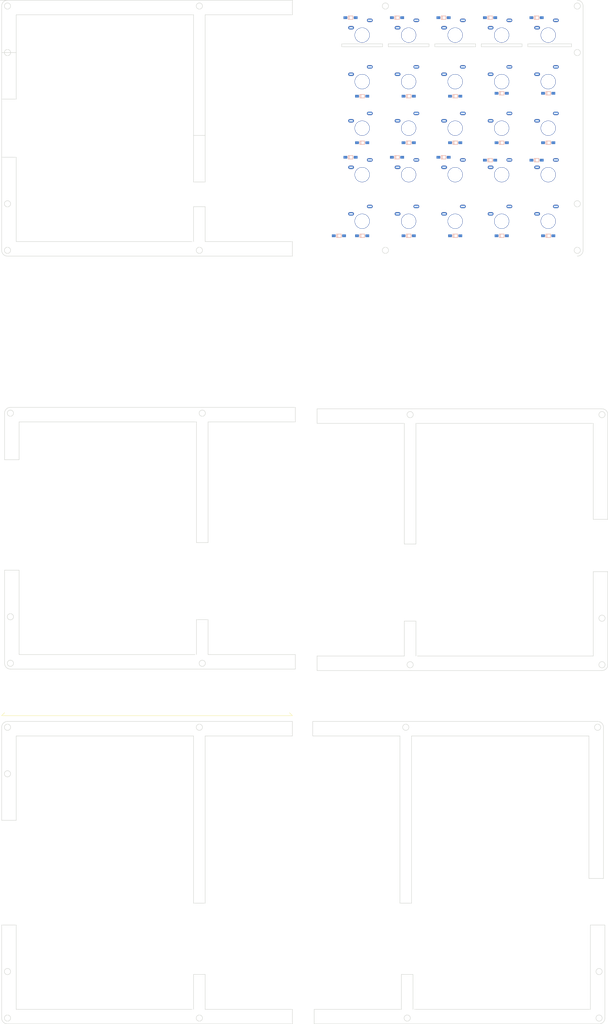
<source format=kicad_pcb>
(kicad_pcb (version 20171130) (host pcbnew "(5.0.2)-1")

  (general
    (thickness 1.6)
    (drawings 137)
    (tracks 0)
    (zones 0)
    (modules 84)
    (nets 37)
  )

  (page A4)
  (title_block
    (title "Ukiha Keyboard")
    (rev 2)
    (company @e3w2q)
  )

  (layers
    (0 F.Cu signal)
    (31 B.Cu signal)
    (32 B.Adhes user hide)
    (33 F.Adhes user)
    (34 B.Paste user)
    (35 F.Paste user)
    (36 B.SilkS user)
    (37 F.SilkS user)
    (38 B.Mask user hide)
    (39 F.Mask user hide)
    (40 Dwgs.User user hide)
    (41 Cmts.User user)
    (42 Eco1.User user)
    (43 Eco2.User user)
    (44 Edge.Cuts user)
    (45 Margin user)
    (46 B.CrtYd user hide)
    (47 F.CrtYd user)
    (48 B.Fab user)
    (49 F.Fab user)
  )

  (setup
    (last_trace_width 0.25)
    (trace_clearance 0.2)
    (zone_clearance 0.3)
    (zone_45_only no)
    (trace_min 0.2)
    (segment_width 0.15)
    (edge_width 0.15)
    (via_size 0.8)
    (via_drill 0.4)
    (via_min_size 0.6)
    (via_min_drill 0.3)
    (uvia_size 0.3)
    (uvia_drill 0.1)
    (uvias_allowed no)
    (uvia_min_size 0.2)
    (uvia_min_drill 0.1)
    (pcb_text_width 0.3)
    (pcb_text_size 1.5 1.5)
    (mod_edge_width 0.15)
    (mod_text_size 1 1)
    (mod_text_width 0.15)
    (pad_size 2 1.2)
    (pad_drill 1.2)
    (pad_to_mask_clearance 0.2)
    (solder_mask_min_width 0.25)
    (aux_axis_origin 37.70322 52.784508)
    (grid_origin 27.102501 36.80625)
    (visible_elements 7FFFFFEF)
    (pcbplotparams
      (layerselection 0x010f0_ffffffff)
      (usegerberextensions false)
      (usegerberattributes false)
      (usegerberadvancedattributes false)
      (creategerberjobfile false)
      (excludeedgelayer true)
      (linewidth 0.100000)
      (plotframeref false)
      (viasonmask false)
      (mode 1)
      (useauxorigin false)
      (hpglpennumber 1)
      (hpglpenspeed 20)
      (hpglpendiameter 15.000000)
      (psnegative false)
      (psa4output false)
      (plotreference true)
      (plotvalue true)
      (plotinvisibletext false)
      (padsonsilk false)
      (subtractmaskfromsilk true)
      (outputformat 1)
      (mirror false)
      (drillshape 0)
      (scaleselection 1)
      (outputdirectory "../te96-gerber/"))
  )

  (net 0 "")
  (net 1 Y1)
  (net 2 Y2)
  (net 3 Y3)
  (net 4 Y4)
  (net 5 Y5)
  (net 6 X8)
  (net 7 X9)
  (net 8 X10)
  (net 9 X11)
  (net 10 X12)
  (net 11 "Net-(D8-Pad2)")
  (net 12 "Net-(D9-Pad2)")
  (net 13 "Net-(D10-Pad2)")
  (net 14 "Net-(D11-Pad2)")
  (net 15 "Net-(D12-Pad2)")
  (net 16 "Net-(D20-Pad2)")
  (net 17 "Net-(D21-Pad2)")
  (net 18 "Net-(D22-Pad2)")
  (net 19 "Net-(D23-Pad2)")
  (net 20 "Net-(D24-Pad2)")
  (net 21 "Net-(D32-Pad2)")
  (net 22 "Net-(D33-Pad2)")
  (net 23 "Net-(D34-Pad2)")
  (net 24 "Net-(D35-Pad2)")
  (net 25 "Net-(D36-Pad2)")
  (net 26 "Net-(D44-Pad2)")
  (net 27 "Net-(D45-Pad2)")
  (net 28 "Net-(D46-Pad2)")
  (net 29 "Net-(D47-Pad2)")
  (net 30 "Net-(D48-Pad2)")
  (net 31 "Net-(D56-Pad2)")
  (net 32 "Net-(D57-Pad2)")
  (net 33 "Net-(D58-Pad2)")
  (net 34 "Net-(D59-Pad2)")
  (net 35 "Net-(D60-Pad2)")
  (net 36 "Net-(D62-Pad2)")

  (net_class Default "This is the default net class."
    (clearance 0.2)
    (trace_width 0.25)
    (via_dia 0.8)
    (via_drill 0.4)
    (uvia_dia 0.3)
    (uvia_drill 0.1)
    (add_net "Net-(D10-Pad2)")
    (add_net "Net-(D11-Pad2)")
    (add_net "Net-(D12-Pad2)")
    (add_net "Net-(D20-Pad2)")
    (add_net "Net-(D21-Pad2)")
    (add_net "Net-(D22-Pad2)")
    (add_net "Net-(D23-Pad2)")
    (add_net "Net-(D24-Pad2)")
    (add_net "Net-(D32-Pad2)")
    (add_net "Net-(D33-Pad2)")
    (add_net "Net-(D34-Pad2)")
    (add_net "Net-(D35-Pad2)")
    (add_net "Net-(D36-Pad2)")
    (add_net "Net-(D44-Pad2)")
    (add_net "Net-(D45-Pad2)")
    (add_net "Net-(D46-Pad2)")
    (add_net "Net-(D47-Pad2)")
    (add_net "Net-(D48-Pad2)")
    (add_net "Net-(D56-Pad2)")
    (add_net "Net-(D57-Pad2)")
    (add_net "Net-(D58-Pad2)")
    (add_net "Net-(D59-Pad2)")
    (add_net "Net-(D60-Pad2)")
    (add_net "Net-(D62-Pad2)")
    (add_net "Net-(D8-Pad2)")
    (add_net "Net-(D9-Pad2)")
    (add_net X10)
    (add_net X11)
    (add_net X12)
    (add_net X8)
    (add_net X9)
    (add_net Y1)
    (add_net Y2)
    (add_net Y3)
    (add_net Y4)
    (add_net Y5)
  )

  (net_class PWR ""
    (clearance 0.2)
    (trace_width 0.5)
    (via_dia 0.8)
    (via_drill 0.4)
    (uvia_dia 0.6)
    (uvia_drill 0.2)
  )

  (net_class VCC ""
    (clearance 0.2)
    (trace_width 0.5)
    (via_dia 0.8)
    (via_drill 0.4)
    (uvia_dia 0.3)
    (uvia_drill 0.1)
  )

  (module "#footprint:M2_Hole_Edge.Cuts" (layer B.Cu) (tedit 5E64FB56) (tstamp 5F93FECD)
    (at 233.602501 179.30625 180)
    (descr "Resitance 3 pas")
    (tags R)
    (autoplace_cost180 10)
    (fp_text reference "" (at 0 -1.651 180) (layer B.Fab) hide
      (effects (font (size 0.8128 0.8128) (thickness 0.15)) (justify mirror))
    )
    (fp_text value "" (at 0 1.4605 180) (layer B.Fab) hide
      (effects (font (size 0.5 0.5) (thickness 0.125)) (justify mirror))
    )
    (fp_circle (center 0 0) (end 1.07 0) (layer Edge.Cuts) (width 0.15))
  )

  (module "#footprint:M2_Hole_Edge.Cuts" (layer B.Cu) (tedit 5E64FB56) (tstamp 5F93FEC5)
    (at 167.602501 179.30625 180)
    (descr "Resitance 3 pas")
    (tags R)
    (autoplace_cost180 10)
    (fp_text reference "" (at 0 -1.651 180) (layer B.Fab) hide
      (effects (font (size 0.8128 0.8128) (thickness 0.15)) (justify mirror))
    )
    (fp_text value "" (at 0 1.4605 180) (layer B.Fab) hide
      (effects (font (size 0.5 0.5) (thickness 0.125)) (justify mirror))
    )
    (fp_circle (center 0 0) (end 1.07 0) (layer Edge.Cuts) (width 0.15))
  )

  (module "#footprint:M2_Hole_Edge.Cuts" (layer B.Cu) (tedit 5E64FB56) (tstamp 5F93FE0A)
    (at 233.602501 265.30625 180)
    (descr "Resitance 3 pas")
    (tags R)
    (autoplace_cost180 10)
    (fp_text reference "" (at 0 -1.651 180) (layer B.Fab) hide
      (effects (font (size 0.8128 0.8128) (thickness 0.15)) (justify mirror))
    )
    (fp_text value "" (at 0 1.4605 180) (layer B.Fab) hide
      (effects (font (size 0.5 0.5) (thickness 0.125)) (justify mirror))
    )
    (fp_circle (center 0 0) (end 1.07 0) (layer Edge.Cuts) (width 0.15))
  )

  (module "#footprint:M2_Hole_Edge.Cuts" (layer B.Cu) (tedit 5E64FB56) (tstamp 5F93FE06)
    (at 233.602501 249.30625 180)
    (descr "Resitance 3 pas")
    (tags R)
    (autoplace_cost180 10)
    (fp_text reference "" (at 0 -1.651 180) (layer B.Fab) hide
      (effects (font (size 0.8128 0.8128) (thickness 0.15)) (justify mirror))
    )
    (fp_text value "" (at 0 1.4605 180) (layer B.Fab) hide
      (effects (font (size 0.5 0.5) (thickness 0.125)) (justify mirror))
    )
    (fp_circle (center 0 0) (end 1.07 0) (layer Edge.Cuts) (width 0.15))
  )

  (module "#footprint:M2_Hole_Edge.Cuts" (layer B.Cu) (tedit 5E64FB56) (tstamp 5F93FDFE)
    (at 167.602501 265.30625 180)
    (descr "Resitance 3 pas")
    (tags R)
    (autoplace_cost180 10)
    (fp_text reference "" (at 0 -1.651 180) (layer B.Fab) hide
      (effects (font (size 0.8128 0.8128) (thickness 0.15)) (justify mirror))
    )
    (fp_text value "" (at 0 1.4605 180) (layer B.Fab) hide
      (effects (font (size 0.5 0.5) (thickness 0.125)) (justify mirror))
    )
    (fp_circle (center 0 0) (end 1.07 0) (layer Edge.Cuts) (width 0.15))
  )

  (module "#footprint:M2_Hole_Edge.Cuts" (layer B.Cu) (tedit 5E64FB56) (tstamp 5F93FC66)
    (at 166.602501 386.80625 180)
    (descr "Resitance 3 pas")
    (tags R)
    (autoplace_cost180 10)
    (fp_text reference "" (at 0 -1.651 180) (layer B.Fab) hide
      (effects (font (size 0.8128 0.8128) (thickness 0.15)) (justify mirror))
    )
    (fp_text value "" (at 0 1.4605 180) (layer B.Fab) hide
      (effects (font (size 0.5 0.5) (thickness 0.125)) (justify mirror))
    )
    (fp_circle (center 0 0) (end 1.07 0) (layer Edge.Cuts) (width 0.15))
  )

  (module "#footprint:M2_Hole_Edge.Cuts" (layer B.Cu) (tedit 5E64FB56) (tstamp 5F93FC62)
    (at 232.602501 386.80625 180)
    (descr "Resitance 3 pas")
    (tags R)
    (autoplace_cost180 10)
    (fp_text reference "" (at 0 -1.651 180) (layer B.Fab) hide
      (effects (font (size 0.8128 0.8128) (thickness 0.15)) (justify mirror))
    )
    (fp_text value "" (at 0 1.4605 180) (layer B.Fab) hide
      (effects (font (size 0.5 0.5) (thickness 0.125)) (justify mirror))
    )
    (fp_circle (center 0 0) (end 1.07 0) (layer Edge.Cuts) (width 0.15))
  )

  (module "#footprint:M2_Hole_Edge.Cuts" (layer B.Cu) (tedit 5E64FB56) (tstamp 5F93FC5E)
    (at 232.602501 370.80625 180)
    (descr "Resitance 3 pas")
    (tags R)
    (autoplace_cost180 10)
    (fp_text reference "" (at 0 -1.651 180) (layer B.Fab) hide
      (effects (font (size 0.8128 0.8128) (thickness 0.15)) (justify mirror))
    )
    (fp_text value "" (at 0 1.4605 180) (layer B.Fab) hide
      (effects (font (size 0.5 0.5) (thickness 0.125)) (justify mirror))
    )
    (fp_circle (center 0 0) (end 1.07 0) (layer Edge.Cuts) (width 0.15))
  )

  (module "#footprint:M2_Hole_Edge.Cuts" (layer F.Cu) (tedit 5E64FB56) (tstamp 5F8738BC)
    (at 29.102501 386.80625)
    (descr "Resitance 3 pas")
    (tags R)
    (autoplace_cost180 10)
    (fp_text reference "" (at 0 1.651) (layer F.Fab) hide
      (effects (font (size 0.8128 0.8128) (thickness 0.15)))
    )
    (fp_text value "" (at 0 -1.4605) (layer F.Fab) hide
      (effects (font (size 0.5 0.5) (thickness 0.125)))
    )
    (fp_circle (center 0 0) (end 1.07 0) (layer Edge.Cuts) (width 0.15))
  )

  (module "#footprint:M2_Hole_Edge.Cuts" (layer F.Cu) (tedit 5E64FB56) (tstamp 5F8738B8)
    (at 29.102501 370.80625)
    (descr "Resitance 3 pas")
    (tags R)
    (autoplace_cost180 10)
    (fp_text reference "" (at 0 1.651) (layer F.Fab) hide
      (effects (font (size 0.8128 0.8128) (thickness 0.15)))
    )
    (fp_text value "" (at 0 -1.4605) (layer F.Fab) hide
      (effects (font (size 0.5 0.5) (thickness 0.125)))
    )
    (fp_circle (center 0 0) (end 1.07 0) (layer Edge.Cuts) (width 0.15))
  )

  (module "#footprint:M2_Hole_Edge.Cuts" (layer F.Cu) (tedit 5E64FB56) (tstamp 5F8738B4)
    (at 95.102501 386.80625)
    (descr "Resitance 3 pas")
    (tags R)
    (autoplace_cost180 10)
    (fp_text reference "" (at 0 1.651) (layer F.Fab) hide
      (effects (font (size 0.8128 0.8128) (thickness 0.15)))
    )
    (fp_text value "" (at 0 -1.4605) (layer F.Fab) hide
      (effects (font (size 0.5 0.5) (thickness 0.125)))
    )
    (fp_circle (center 0 0) (end 1.07 0) (layer Edge.Cuts) (width 0.15))
  )

  (module "#footprint:M2_Hole_Edge.Cuts" (layer B.Cu) (tedit 5E64FB56) (tstamp 5F94363B)
    (at 232.102501 286.80625 180)
    (descr "Resitance 3 pas")
    (tags R)
    (autoplace_cost180 10)
    (fp_text reference "" (at 0 -1.651 180) (layer B.Fab) hide
      (effects (font (size 0.8128 0.8128) (thickness 0.15)) (justify mirror))
    )
    (fp_text value "" (at 0 1.4605 180) (layer B.Fab) hide
      (effects (font (size 0.5 0.5) (thickness 0.125)) (justify mirror))
    )
    (fp_circle (center 0 0) (end 1.07 0) (layer Edge.Cuts) (width 0.15))
  )

  (module "#footprint:M2_Hole_Edge.Cuts" (layer B.Cu) (tedit 5E64FB56) (tstamp 5F94362F)
    (at 166.102501 286.80625 180)
    (descr "Resitance 3 pas")
    (tags R)
    (autoplace_cost180 10)
    (fp_text reference "" (at 0 -1.651 180) (layer B.Fab) hide
      (effects (font (size 0.8128 0.8128) (thickness 0.15)) (justify mirror))
    )
    (fp_text value "" (at 0 1.4605 180) (layer B.Fab) hide
      (effects (font (size 0.5 0.5) (thickness 0.125)) (justify mirror))
    )
    (fp_circle (center 0 0) (end 1.07 0) (layer Edge.Cuts) (width 0.15))
  )

  (module "#footprint:M2_Hole_Edge.Cuts" (layer F.Cu) (tedit 5E64FB56) (tstamp 5F8737BE)
    (at 30.102501 178.80625)
    (descr "Resitance 3 pas")
    (tags R)
    (autoplace_cost180 10)
    (fp_text reference "" (at 0 1.651) (layer F.Fab) hide
      (effects (font (size 0.8128 0.8128) (thickness 0.15)))
    )
    (fp_text value "" (at 0 -1.4605) (layer F.Fab) hide
      (effects (font (size 0.5 0.5) (thickness 0.125)))
    )
    (fp_circle (center 0 0) (end 1.07 0) (layer Edge.Cuts) (width 0.15))
  )

  (module "#footprint:M2_Hole_Edge.Cuts" (layer F.Cu) (tedit 5E64FB56) (tstamp 5F8737BA)
    (at 96.102501 178.80625)
    (descr "Resitance 3 pas")
    (tags R)
    (autoplace_cost180 10)
    (fp_text reference "" (at 0 1.651) (layer F.Fab) hide
      (effects (font (size 0.8128 0.8128) (thickness 0.15)))
    )
    (fp_text value "" (at 0 -1.4605) (layer F.Fab) hide
      (effects (font (size 0.5 0.5) (thickness 0.125)))
    )
    (fp_circle (center 0 0) (end 1.07 0) (layer Edge.Cuts) (width 0.15))
  )

  (module "#footprint:M2_Hole_Edge.Cuts" (layer F.Cu) (tedit 5E64FB56) (tstamp 5F87378E)
    (at 29.102501 286.80625)
    (descr "Resitance 3 pas")
    (tags R)
    (autoplace_cost180 10)
    (fp_text reference "" (at 0 1.651) (layer F.Fab) hide
      (effects (font (size 0.8128 0.8128) (thickness 0.15)))
    )
    (fp_text value "" (at 0 -1.4605) (layer F.Fab) hide
      (effects (font (size 0.5 0.5) (thickness 0.125)))
    )
    (fp_circle (center 0 0) (end 1.07 0) (layer Edge.Cuts) (width 0.15))
  )

  (module "#footprint:M2_Hole_Edge.Cuts" (layer F.Cu) (tedit 5E64FB56) (tstamp 5F87378A)
    (at 95.102501 286.80625)
    (descr "Resitance 3 pas")
    (tags R)
    (autoplace_cost180 10)
    (fp_text reference "" (at 0 1.651) (layer F.Fab) hide
      (effects (font (size 0.8128 0.8128) (thickness 0.15)))
    )
    (fp_text value "" (at 0 -1.4605) (layer F.Fab) hide
      (effects (font (size 0.5 0.5) (thickness 0.125)))
    )
    (fp_circle (center 0 0) (end 1.07 0) (layer Edge.Cuts) (width 0.15))
  )

  (module "#footprint:M2_Hole_Edge.Cuts" (layer F.Cu) (tedit 5E64FB56) (tstamp 5F873786)
    (at 29.102501 302.80625)
    (descr "Resitance 3 pas")
    (tags R)
    (autoplace_cost180 10)
    (fp_text reference "" (at 0 1.651) (layer F.Fab) hide
      (effects (font (size 0.8128 0.8128) (thickness 0.15)))
    )
    (fp_text value "" (at 0 -1.4605) (layer F.Fab) hide
      (effects (font (size 0.5 0.5) (thickness 0.125)))
    )
    (fp_circle (center 0 0) (end 1.07 0) (layer Edge.Cuts) (width 0.15))
  )

  (module "#footprint:M2_Hole_Edge.Cuts" (layer F.Cu) (tedit 5E64FB56) (tstamp 5F87374A)
    (at 96.102501 264.80625)
    (descr "Resitance 3 pas")
    (tags R)
    (autoplace_cost180 10)
    (fp_text reference "" (at 0 1.651) (layer F.Fab) hide
      (effects (font (size 0.8128 0.8128) (thickness 0.15)))
    )
    (fp_text value "" (at 0 -1.4605) (layer F.Fab) hide
      (effects (font (size 0.5 0.5) (thickness 0.125)))
    )
    (fp_circle (center 0 0) (end 1.07 0) (layer Edge.Cuts) (width 0.15))
  )

  (module "#footprint:M2_Hole_Edge.Cuts" (layer F.Cu) (tedit 5E64FB56) (tstamp 5F873746)
    (at 30.102501 248.80625)
    (descr "Resitance 3 pas")
    (tags R)
    (autoplace_cost180 10)
    (fp_text reference "" (at 0 1.651) (layer F.Fab) hide
      (effects (font (size 0.8128 0.8128) (thickness 0.15)))
    )
    (fp_text value "" (at 0 -1.4605) (layer F.Fab) hide
      (effects (font (size 0.5 0.5) (thickness 0.125)))
    )
    (fp_circle (center 0 0) (end 1.07 0) (layer Edge.Cuts) (width 0.15))
  )

  (module "#footprint:M2_Hole_Edge.Cuts" (layer F.Cu) (tedit 5E64FB56) (tstamp 5F873742)
    (at 30.102501 264.80625)
    (descr "Resitance 3 pas")
    (tags R)
    (autoplace_cost180 10)
    (fp_text reference "" (at 0 1.651) (layer F.Fab) hide
      (effects (font (size 0.8128 0.8128) (thickness 0.15)))
    )
    (fp_text value "" (at 0 -1.4605) (layer F.Fab) hide
      (effects (font (size 0.5 0.5) (thickness 0.125)))
    )
    (fp_circle (center 0 0) (end 1.07 0) (layer Edge.Cuts) (width 0.15))
  )

  (module "#footprint:M2_Hole_Edge.Cuts" (layer F.Cu) (tedit 5E64FB56) (tstamp 5F849856)
    (at 95.102501 38.80625)
    (descr "Resitance 3 pas")
    (tags R)
    (autoplace_cost180 10)
    (fp_text reference "" (at 0 1.651) (layer F.Fab) hide
      (effects (font (size 0.8128 0.8128) (thickness 0.15)))
    )
    (fp_text value "" (at 0 -1.4605) (layer F.Fab) hide
      (effects (font (size 0.5 0.5) (thickness 0.125)))
    )
    (fp_circle (center 0 0) (end 1.07 0) (layer Edge.Cuts) (width 0.15))
  )

  (module "#footprint:M2_Hole_Edge.Cuts" (layer F.Cu) (tedit 5E64FB56) (tstamp 5F84984E)
    (at 159.102501 38.80625)
    (descr "Resitance 3 pas")
    (tags R)
    (autoplace_cost180 10)
    (fp_text reference "" (at 0 1.651) (layer F.Fab) hide
      (effects (font (size 0.8128 0.8128) (thickness 0.15)))
    )
    (fp_text value "" (at 0 -1.4605) (layer F.Fab) hide
      (effects (font (size 0.5 0.5) (thickness 0.125)))
    )
    (fp_circle (center 0 0) (end 1.07 0) (layer Edge.Cuts) (width 0.15))
  )

  (module "#footprint:M2_Hole_Edge.Cuts" (layer F.Cu) (tedit 5E64FB56) (tstamp 5F849846)
    (at 225.102501 38.80625)
    (descr "Resitance 3 pas")
    (tags R)
    (autoplace_cost180 10)
    (fp_text reference "" (at 0 1.651) (layer F.Fab) hide
      (effects (font (size 0.8128 0.8128) (thickness 0.15)))
    )
    (fp_text value "" (at 0 -1.4605) (layer F.Fab) hide
      (effects (font (size 0.5 0.5) (thickness 0.125)))
    )
    (fp_circle (center 0 0) (end 1.07 0) (layer Edge.Cuts) (width 0.15))
  )

  (module "#footprint:M2_Hole_Edge.Cuts" (layer F.Cu) (tedit 5E64FB56) (tstamp 5F84983E)
    (at 225.102501 54.80625)
    (descr "Resitance 3 pas")
    (tags R)
    (autoplace_cost180 10)
    (fp_text reference "" (at 0 1.651) (layer F.Fab) hide
      (effects (font (size 0.8128 0.8128) (thickness 0.15)))
    )
    (fp_text value "" (at 0 -1.4605) (layer F.Fab) hide
      (effects (font (size 0.5 0.5) (thickness 0.125)))
    )
    (fp_circle (center 0 0) (end 1.07 0) (layer Edge.Cuts) (width 0.15))
  )

  (module "#footprint:M2_Hole_Edge.Cuts" (layer F.Cu) (tedit 5E64FB56) (tstamp 5F849836)
    (at 225.102501 106.80625)
    (descr "Resitance 3 pas")
    (tags R)
    (autoplace_cost180 10)
    (fp_text reference "" (at 0 1.651) (layer F.Fab) hide
      (effects (font (size 0.8128 0.8128) (thickness 0.15)))
    )
    (fp_text value "" (at 0 -1.4605) (layer F.Fab) hide
      (effects (font (size 0.5 0.5) (thickness 0.125)))
    )
    (fp_circle (center 0 0) (end 1.07 0) (layer Edge.Cuts) (width 0.15))
  )

  (module "#footprint:M2_Hole_Edge.Cuts" (layer F.Cu) (tedit 5E64FB56) (tstamp 5F84982E)
    (at 225.102501 122.80625)
    (descr "Resitance 3 pas")
    (tags R)
    (autoplace_cost180 10)
    (fp_text reference "" (at 0 1.651) (layer F.Fab) hide
      (effects (font (size 0.8128 0.8128) (thickness 0.15)))
    )
    (fp_text value "" (at 0 -1.4605) (layer F.Fab) hide
      (effects (font (size 0.5 0.5) (thickness 0.125)))
    )
    (fp_circle (center 0 0) (end 1.07 0) (layer Edge.Cuts) (width 0.15))
  )

  (module "#footprint:M2_Hole_Edge.Cuts" (layer F.Cu) (tedit 5E64FB56) (tstamp 5F849826)
    (at 159.102501 122.80625)
    (descr "Resitance 3 pas")
    (tags R)
    (autoplace_cost180 10)
    (fp_text reference "" (at 0 1.651) (layer F.Fab) hide
      (effects (font (size 0.8128 0.8128) (thickness 0.15)))
    )
    (fp_text value "" (at 0 -1.4605) (layer F.Fab) hide
      (effects (font (size 0.5 0.5) (thickness 0.125)))
    )
    (fp_circle (center 0 0) (end 1.07 0) (layer Edge.Cuts) (width 0.15))
  )

  (module "#footprint:M2_Hole_Edge.Cuts" (layer F.Cu) (tedit 5E64FB56) (tstamp 5F84981E)
    (at 95.102501 122.80625)
    (descr "Resitance 3 pas")
    (tags R)
    (autoplace_cost180 10)
    (fp_text reference "" (at 0 1.651) (layer F.Fab) hide
      (effects (font (size 0.8128 0.8128) (thickness 0.15)))
    )
    (fp_text value "" (at 0 -1.4605) (layer F.Fab) hide
      (effects (font (size 0.5 0.5) (thickness 0.125)))
    )
    (fp_circle (center 0 0) (end 1.07 0) (layer Edge.Cuts) (width 0.15))
  )

  (module "#footprint:M2_Hole_Edge.Cuts" (layer F.Cu) (tedit 5E64FB56) (tstamp 5F849816)
    (at 29.102501 122.80625)
    (descr "Resitance 3 pas")
    (tags R)
    (autoplace_cost180 10)
    (fp_text reference "" (at 0 1.651) (layer F.Fab) hide
      (effects (font (size 0.8128 0.8128) (thickness 0.15)))
    )
    (fp_text value "" (at 0 -1.4605) (layer F.Fab) hide
      (effects (font (size 0.5 0.5) (thickness 0.125)))
    )
    (fp_circle (center 0 0) (end 1.07 0) (layer Edge.Cuts) (width 0.15))
  )

  (module "#footprint:M2_Hole_Edge.Cuts" (layer F.Cu) (tedit 5E64FB56) (tstamp 5F84980E)
    (at 29.102501 106.80625)
    (descr "Resitance 3 pas")
    (tags R)
    (autoplace_cost180 10)
    (fp_text reference "" (at 0 1.651) (layer F.Fab) hide
      (effects (font (size 0.8128 0.8128) (thickness 0.15)))
    )
    (fp_text value "" (at 0 -1.4605) (layer F.Fab) hide
      (effects (font (size 0.5 0.5) (thickness 0.125)))
    )
    (fp_circle (center 0 0) (end 1.07 0) (layer Edge.Cuts) (width 0.15))
  )

  (module "#footprint:M2_Hole_Edge.Cuts" (layer F.Cu) (tedit 5E64FB56) (tstamp 5F849806)
    (at 29.102501 54.80625)
    (descr "Resitance 3 pas")
    (tags R)
    (autoplace_cost180 10)
    (fp_text reference "" (at 0 1.651) (layer F.Fab) hide
      (effects (font (size 0.8128 0.8128) (thickness 0.15)))
    )
    (fp_text value "" (at 0 -1.4605) (layer F.Fab) hide
      (effects (font (size 0.5 0.5) (thickness 0.125)))
    )
    (fp_circle (center 0 0) (end 1.07 0) (layer Edge.Cuts) (width 0.15))
  )

  (module "#footprint:CherryMX_MidHeight_16mm_rev2" (layer F.Cu) (tedit 5F844951) (tstamp 5F8D7A4F)
    (at 151.102501 48.80625)
    (path /5F81D0AC)
    (fp_text reference SW8 (at -7 -8.1 -180) (layer F.SilkS) hide
      (effects (font (size 1 1) (thickness 0.15)))
    )
    (fp_text value SW_Push (at 7.4 8.1 180) (layer F.Fab) hide
      (effects (font (size 1 1) (thickness 0.15)))
    )
    (fp_line (start 6.746875 -6.746875) (end 6.746875 -5.159375) (layer F.Fab) (width 0.15))
    (fp_line (start 5.159375 -6.746875) (end 6.746875 -6.746875) (layer F.Fab) (width 0.15))
    (fp_line (start -6.746875 -6.746875) (end -5.159375 -6.746875) (layer F.Fab) (width 0.15))
    (fp_line (start -6.746875 -5.159375) (end -6.746875 -6.746875) (layer F.Fab) (width 0.15))
    (fp_line (start -6.746875 6.746875) (end -6.746875 5.159375) (layer F.Fab) (width 0.15))
    (fp_line (start -5.159375 6.746875) (end -6.746875 6.746875) (layer F.Fab) (width 0.15))
    (fp_line (start 6.746875 6.746875) (end 5.159375 6.746875) (layer F.Fab) (width 0.15))
    (fp_line (start 6.746875 5.159375) (end 6.746875 6.746875) (layer F.Fab) (width 0.15))
    (fp_line (start -9.5 -9.5) (end 9.5 -9.5) (layer B.Fab) (width 0.15))
    (fp_text user 1U (at 0 7.9375 -180) (layer F.Fab)
      (effects (font (size 1 1) (thickness 0.15)))
    )
    (fp_line (start -9.525 9.525) (end -9.525 -9.525) (layer B.Fab) (width 0.15))
    (fp_line (start 9.525 9.525) (end -9.525 9.525) (layer B.Fab) (width 0.15))
    (fp_line (start 9.525 -9.525) (end 9.525 9.525) (layer B.Fab) (width 0.15))
    (fp_line (start 8 8) (end -8 8) (layer F.Fab) (width 0.15))
    (fp_line (start -8 8) (end -8 -8) (layer F.Fab) (width 0.15))
    (fp_line (start -8 -8) (end 8 -8) (layer F.Fab) (width 0.15))
    (fp_line (start 8 -8) (end 8 8) (layer F.Fab) (width 0.15))
    (pad "" np_thru_hole circle (at 5.08 0 180) (size 1.68 1.68) (drill 1.68) (layers *.Cu *.Mask))
    (pad "" np_thru_hole circle (at -5.08 0 180) (size 1.68 1.68) (drill 1.68) (layers *.Cu *.Mask))
    (pad "" np_thru_hole circle (at 0 0 270) (size 5.15 5.15) (drill 4.9) (layers *.Cu *.Mask))
    (pad "" np_thru_hole circle (at 4.5 0 180) (size 1.68 1.68) (drill 1.68) (layers *.Cu *.Mask))
    (pad "" np_thru_hole circle (at -4.5 0 180) (size 1.68 1.68) (drill 1.68) (layers *.Cu *.Mask))
    (pad 2 thru_hole oval (at 2.64 -5.08) (size 2 1.2) (drill oval 1.4 0.4) (layers *.Cu B.Mask)
      (net 11 "Net-(D8-Pad2)"))
    (pad 1 thru_hole oval (at -3.81 -2.54) (size 2 1.2) (drill oval 1.2 0.4) (layers *.Cu B.Mask)
      (net 6 X8))
  )

  (module "#footprint:CherryMX_MidHeight_16mm_rev2" (layer F.Cu) (tedit 5F844951) (tstamp 5F8D7A7D)
    (at 167.102501 48.80625)
    (path /5F81D364)
    (fp_text reference SW9 (at -7 -8.1 -180) (layer F.SilkS) hide
      (effects (font (size 1 1) (thickness 0.15)))
    )
    (fp_text value SW_Push (at 7.4 8.1 180) (layer F.Fab) hide
      (effects (font (size 1 1) (thickness 0.15)))
    )
    (fp_line (start 6.746875 -6.746875) (end 6.746875 -5.159375) (layer F.Fab) (width 0.15))
    (fp_line (start 5.159375 -6.746875) (end 6.746875 -6.746875) (layer F.Fab) (width 0.15))
    (fp_line (start -6.746875 -6.746875) (end -5.159375 -6.746875) (layer F.Fab) (width 0.15))
    (fp_line (start -6.746875 -5.159375) (end -6.746875 -6.746875) (layer F.Fab) (width 0.15))
    (fp_line (start -6.746875 6.746875) (end -6.746875 5.159375) (layer F.Fab) (width 0.15))
    (fp_line (start -5.159375 6.746875) (end -6.746875 6.746875) (layer F.Fab) (width 0.15))
    (fp_line (start 6.746875 6.746875) (end 5.159375 6.746875) (layer F.Fab) (width 0.15))
    (fp_line (start 6.746875 5.159375) (end 6.746875 6.746875) (layer F.Fab) (width 0.15))
    (fp_line (start -9.5 -9.5) (end 9.5 -9.5) (layer B.Fab) (width 0.15))
    (fp_text user 1U (at 0 7.9375 -180) (layer F.Fab)
      (effects (font (size 1 1) (thickness 0.15)))
    )
    (fp_line (start -9.525 9.525) (end -9.525 -9.525) (layer B.Fab) (width 0.15))
    (fp_line (start 9.525 9.525) (end -9.525 9.525) (layer B.Fab) (width 0.15))
    (fp_line (start 9.525 -9.525) (end 9.525 9.525) (layer B.Fab) (width 0.15))
    (fp_line (start 8 8) (end -8 8) (layer F.Fab) (width 0.15))
    (fp_line (start -8 8) (end -8 -8) (layer F.Fab) (width 0.15))
    (fp_line (start -8 -8) (end 8 -8) (layer F.Fab) (width 0.15))
    (fp_line (start 8 -8) (end 8 8) (layer F.Fab) (width 0.15))
    (pad "" np_thru_hole circle (at 5.08 0 180) (size 1.68 1.68) (drill 1.68) (layers *.Cu *.Mask))
    (pad "" np_thru_hole circle (at -5.08 0 180) (size 1.68 1.68) (drill 1.68) (layers *.Cu *.Mask))
    (pad "" np_thru_hole circle (at 0 0 270) (size 5.15 5.15) (drill 4.9) (layers *.Cu *.Mask))
    (pad "" np_thru_hole circle (at 4.5 0 180) (size 1.68 1.68) (drill 1.68) (layers *.Cu *.Mask))
    (pad "" np_thru_hole circle (at -4.5 0 180) (size 1.68 1.68) (drill 1.68) (layers *.Cu *.Mask))
    (pad 2 thru_hole oval (at 2.64 -5.08) (size 2 1.2) (drill oval 1.4 0.4) (layers *.Cu B.Mask)
      (net 12 "Net-(D9-Pad2)"))
    (pad 1 thru_hole oval (at -3.81 -2.54) (size 2 1.2) (drill oval 1.2 0.4) (layers *.Cu B.Mask)
      (net 7 X9))
  )

  (module "#footprint:CherryMX_MidHeight_16mm_rev2" (layer F.Cu) (tedit 5F844951) (tstamp 5F8D7AAB)
    (at 183.102501 48.80625)
    (path /5F81D99F)
    (fp_text reference SW10 (at -7 -8.1 -180) (layer F.SilkS) hide
      (effects (font (size 1 1) (thickness 0.15)))
    )
    (fp_text value SW_Push (at 7.4 8.1 180) (layer F.Fab) hide
      (effects (font (size 1 1) (thickness 0.15)))
    )
    (fp_line (start 6.746875 -6.746875) (end 6.746875 -5.159375) (layer F.Fab) (width 0.15))
    (fp_line (start 5.159375 -6.746875) (end 6.746875 -6.746875) (layer F.Fab) (width 0.15))
    (fp_line (start -6.746875 -6.746875) (end -5.159375 -6.746875) (layer F.Fab) (width 0.15))
    (fp_line (start -6.746875 -5.159375) (end -6.746875 -6.746875) (layer F.Fab) (width 0.15))
    (fp_line (start -6.746875 6.746875) (end -6.746875 5.159375) (layer F.Fab) (width 0.15))
    (fp_line (start -5.159375 6.746875) (end -6.746875 6.746875) (layer F.Fab) (width 0.15))
    (fp_line (start 6.746875 6.746875) (end 5.159375 6.746875) (layer F.Fab) (width 0.15))
    (fp_line (start 6.746875 5.159375) (end 6.746875 6.746875) (layer F.Fab) (width 0.15))
    (fp_line (start -9.5 -9.5) (end 9.5 -9.5) (layer B.Fab) (width 0.15))
    (fp_text user 1U (at 0 7.9375 -180) (layer F.Fab)
      (effects (font (size 1 1) (thickness 0.15)))
    )
    (fp_line (start -9.525 9.525) (end -9.525 -9.525) (layer B.Fab) (width 0.15))
    (fp_line (start 9.525 9.525) (end -9.525 9.525) (layer B.Fab) (width 0.15))
    (fp_line (start 9.525 -9.525) (end 9.525 9.525) (layer B.Fab) (width 0.15))
    (fp_line (start 8 8) (end -8 8) (layer F.Fab) (width 0.15))
    (fp_line (start -8 8) (end -8 -8) (layer F.Fab) (width 0.15))
    (fp_line (start -8 -8) (end 8 -8) (layer F.Fab) (width 0.15))
    (fp_line (start 8 -8) (end 8 8) (layer F.Fab) (width 0.15))
    (pad "" np_thru_hole circle (at 5.08 0 180) (size 1.68 1.68) (drill 1.68) (layers *.Cu *.Mask))
    (pad "" np_thru_hole circle (at -5.08 0 180) (size 1.68 1.68) (drill 1.68) (layers *.Cu *.Mask))
    (pad "" np_thru_hole circle (at 0 0 270) (size 5.15 5.15) (drill 4.9) (layers *.Cu *.Mask))
    (pad "" np_thru_hole circle (at 4.5 0 180) (size 1.68 1.68) (drill 1.68) (layers *.Cu *.Mask))
    (pad "" np_thru_hole circle (at -4.5 0 180) (size 1.68 1.68) (drill 1.68) (layers *.Cu *.Mask))
    (pad 2 thru_hole oval (at 2.64 -5.08) (size 2 1.2) (drill oval 1.4 0.4) (layers *.Cu B.Mask)
      (net 13 "Net-(D10-Pad2)"))
    (pad 1 thru_hole oval (at -3.81 -2.54) (size 2 1.2) (drill oval 1.2 0.4) (layers *.Cu B.Mask)
      (net 8 X10))
  )

  (module "#footprint:CherryMX_MidHeight_16mm_rev2" (layer F.Cu) (tedit 5F844951) (tstamp 5F8D7AD9)
    (at 199.102501 48.80625)
    (path /5F81DD55)
    (fp_text reference SW11 (at -7 -8.1 -180) (layer F.SilkS) hide
      (effects (font (size 1 1) (thickness 0.15)))
    )
    (fp_text value SW_Push (at 7.4 8.1 180) (layer F.Fab) hide
      (effects (font (size 1 1) (thickness 0.15)))
    )
    (fp_line (start 6.746875 -6.746875) (end 6.746875 -5.159375) (layer F.Fab) (width 0.15))
    (fp_line (start 5.159375 -6.746875) (end 6.746875 -6.746875) (layer F.Fab) (width 0.15))
    (fp_line (start -6.746875 -6.746875) (end -5.159375 -6.746875) (layer F.Fab) (width 0.15))
    (fp_line (start -6.746875 -5.159375) (end -6.746875 -6.746875) (layer F.Fab) (width 0.15))
    (fp_line (start -6.746875 6.746875) (end -6.746875 5.159375) (layer F.Fab) (width 0.15))
    (fp_line (start -5.159375 6.746875) (end -6.746875 6.746875) (layer F.Fab) (width 0.15))
    (fp_line (start 6.746875 6.746875) (end 5.159375 6.746875) (layer F.Fab) (width 0.15))
    (fp_line (start 6.746875 5.159375) (end 6.746875 6.746875) (layer F.Fab) (width 0.15))
    (fp_line (start -9.5 -9.5) (end 9.5 -9.5) (layer B.Fab) (width 0.15))
    (fp_text user 1U (at 0 7.9375 -180) (layer F.Fab)
      (effects (font (size 1 1) (thickness 0.15)))
    )
    (fp_line (start -9.525 9.525) (end -9.525 -9.525) (layer B.Fab) (width 0.15))
    (fp_line (start 9.525 9.525) (end -9.525 9.525) (layer B.Fab) (width 0.15))
    (fp_line (start 9.525 -9.525) (end 9.525 9.525) (layer B.Fab) (width 0.15))
    (fp_line (start 8 8) (end -8 8) (layer F.Fab) (width 0.15))
    (fp_line (start -8 8) (end -8 -8) (layer F.Fab) (width 0.15))
    (fp_line (start -8 -8) (end 8 -8) (layer F.Fab) (width 0.15))
    (fp_line (start 8 -8) (end 8 8) (layer F.Fab) (width 0.15))
    (pad "" np_thru_hole circle (at 5.08 0 180) (size 1.68 1.68) (drill 1.68) (layers *.Cu *.Mask))
    (pad "" np_thru_hole circle (at -5.08 0 180) (size 1.68 1.68) (drill 1.68) (layers *.Cu *.Mask))
    (pad "" np_thru_hole circle (at 0 0 270) (size 5.15 5.15) (drill 4.9) (layers *.Cu *.Mask))
    (pad "" np_thru_hole circle (at 4.5 0 180) (size 1.68 1.68) (drill 1.68) (layers *.Cu *.Mask))
    (pad "" np_thru_hole circle (at -4.5 0 180) (size 1.68 1.68) (drill 1.68) (layers *.Cu *.Mask))
    (pad 2 thru_hole oval (at 2.64 -5.08) (size 2 1.2) (drill oval 1.4 0.4) (layers *.Cu B.Mask)
      (net 14 "Net-(D11-Pad2)"))
    (pad 1 thru_hole oval (at -3.81 -2.54) (size 2 1.2) (drill oval 1.2 0.4) (layers *.Cu B.Mask)
      (net 9 X11))
  )

  (module "#footprint:CherryMX_MidHeight_16mm_rev2" (layer F.Cu) (tedit 5F844951) (tstamp 5F8D7B07)
    (at 215.102501 48.80625)
    (path /5F81E233)
    (fp_text reference SW12 (at -7 -8.1 -180) (layer F.SilkS) hide
      (effects (font (size 1 1) (thickness 0.15)))
    )
    (fp_text value SW_Push (at 7.4 8.1 180) (layer F.Fab) hide
      (effects (font (size 1 1) (thickness 0.15)))
    )
    (fp_line (start 6.746875 -6.746875) (end 6.746875 -5.159375) (layer F.Fab) (width 0.15))
    (fp_line (start 5.159375 -6.746875) (end 6.746875 -6.746875) (layer F.Fab) (width 0.15))
    (fp_line (start -6.746875 -6.746875) (end -5.159375 -6.746875) (layer F.Fab) (width 0.15))
    (fp_line (start -6.746875 -5.159375) (end -6.746875 -6.746875) (layer F.Fab) (width 0.15))
    (fp_line (start -6.746875 6.746875) (end -6.746875 5.159375) (layer F.Fab) (width 0.15))
    (fp_line (start -5.159375 6.746875) (end -6.746875 6.746875) (layer F.Fab) (width 0.15))
    (fp_line (start 6.746875 6.746875) (end 5.159375 6.746875) (layer F.Fab) (width 0.15))
    (fp_line (start 6.746875 5.159375) (end 6.746875 6.746875) (layer F.Fab) (width 0.15))
    (fp_line (start -9.5 -9.5) (end 9.5 -9.5) (layer B.Fab) (width 0.15))
    (fp_text user 1U (at 0 7.9375 -180) (layer F.Fab)
      (effects (font (size 1 1) (thickness 0.15)))
    )
    (fp_line (start -9.525 9.525) (end -9.525 -9.525) (layer B.Fab) (width 0.15))
    (fp_line (start 9.525 9.525) (end -9.525 9.525) (layer B.Fab) (width 0.15))
    (fp_line (start 9.525 -9.525) (end 9.525 9.525) (layer B.Fab) (width 0.15))
    (fp_line (start 8 8) (end -8 8) (layer F.Fab) (width 0.15))
    (fp_line (start -8 8) (end -8 -8) (layer F.Fab) (width 0.15))
    (fp_line (start -8 -8) (end 8 -8) (layer F.Fab) (width 0.15))
    (fp_line (start 8 -8) (end 8 8) (layer F.Fab) (width 0.15))
    (pad "" np_thru_hole circle (at 5.08 0 180) (size 1.68 1.68) (drill 1.68) (layers *.Cu *.Mask))
    (pad "" np_thru_hole circle (at -5.08 0 180) (size 1.68 1.68) (drill 1.68) (layers *.Cu *.Mask))
    (pad "" np_thru_hole circle (at 0 0 270) (size 5.15 5.15) (drill 4.9) (layers *.Cu *.Mask))
    (pad "" np_thru_hole circle (at 4.5 0 180) (size 1.68 1.68) (drill 1.68) (layers *.Cu *.Mask))
    (pad "" np_thru_hole circle (at -4.5 0 180) (size 1.68 1.68) (drill 1.68) (layers *.Cu *.Mask))
    (pad 2 thru_hole oval (at 2.64 -5.08) (size 2 1.2) (drill oval 1.4 0.4) (layers *.Cu B.Mask)
      (net 15 "Net-(D12-Pad2)"))
    (pad 1 thru_hole oval (at -3.81 -2.54) (size 2 1.2) (drill oval 1.2 0.4) (layers *.Cu B.Mask)
      (net 10 X12))
  )

  (module "#footprint:CherryMX_MidHeight_16mm_rev2" (layer F.Cu) (tedit 5F844951) (tstamp 5F8D7C77)
    (at 151.102501 64.80625)
    (path /5F81D132)
    (fp_text reference SW20 (at -7 -8.1 -180) (layer F.SilkS) hide
      (effects (font (size 1 1) (thickness 0.15)))
    )
    (fp_text value SW_Push (at 7.4 8.1 180) (layer F.Fab) hide
      (effects (font (size 1 1) (thickness 0.15)))
    )
    (fp_line (start 6.746875 -6.746875) (end 6.746875 -5.159375) (layer F.Fab) (width 0.15))
    (fp_line (start 5.159375 -6.746875) (end 6.746875 -6.746875) (layer F.Fab) (width 0.15))
    (fp_line (start -6.746875 -6.746875) (end -5.159375 -6.746875) (layer F.Fab) (width 0.15))
    (fp_line (start -6.746875 -5.159375) (end -6.746875 -6.746875) (layer F.Fab) (width 0.15))
    (fp_line (start -6.746875 6.746875) (end -6.746875 5.159375) (layer F.Fab) (width 0.15))
    (fp_line (start -5.159375 6.746875) (end -6.746875 6.746875) (layer F.Fab) (width 0.15))
    (fp_line (start 6.746875 6.746875) (end 5.159375 6.746875) (layer F.Fab) (width 0.15))
    (fp_line (start 6.746875 5.159375) (end 6.746875 6.746875) (layer F.Fab) (width 0.15))
    (fp_line (start -9.5 -9.5) (end 9.5 -9.5) (layer B.Fab) (width 0.15))
    (fp_text user 1U (at 0 7.9375 -180) (layer F.Fab)
      (effects (font (size 1 1) (thickness 0.15)))
    )
    (fp_line (start -9.525 9.525) (end -9.525 -9.525) (layer B.Fab) (width 0.15))
    (fp_line (start 9.525 9.525) (end -9.525 9.525) (layer B.Fab) (width 0.15))
    (fp_line (start 9.525 -9.525) (end 9.525 9.525) (layer B.Fab) (width 0.15))
    (fp_line (start 8 8) (end -8 8) (layer F.Fab) (width 0.15))
    (fp_line (start -8 8) (end -8 -8) (layer F.Fab) (width 0.15))
    (fp_line (start -8 -8) (end 8 -8) (layer F.Fab) (width 0.15))
    (fp_line (start 8 -8) (end 8 8) (layer F.Fab) (width 0.15))
    (pad "" np_thru_hole circle (at 5.08 0 180) (size 1.68 1.68) (drill 1.68) (layers *.Cu *.Mask))
    (pad "" np_thru_hole circle (at -5.08 0 180) (size 1.68 1.68) (drill 1.68) (layers *.Cu *.Mask))
    (pad "" np_thru_hole circle (at 0 0 270) (size 5.15 5.15) (drill 4.9) (layers *.Cu *.Mask))
    (pad "" np_thru_hole circle (at 4.5 0 180) (size 1.68 1.68) (drill 1.68) (layers *.Cu *.Mask))
    (pad "" np_thru_hole circle (at -4.5 0 180) (size 1.68 1.68) (drill 1.68) (layers *.Cu *.Mask))
    (pad 2 thru_hole oval (at 2.64 -5.08) (size 2 1.2) (drill oval 1.4 0.4) (layers *.Cu B.Mask)
      (net 16 "Net-(D20-Pad2)"))
    (pad 1 thru_hole oval (at -3.81 -2.54) (size 2 1.2) (drill oval 1.2 0.4) (layers *.Cu B.Mask)
      (net 6 X8))
  )

  (module "#footprint:CherryMX_MidHeight_16mm_rev2" (layer F.Cu) (tedit 5F844951) (tstamp 5F8D7CA5)
    (at 167.102501 64.80625)
    (path /5F81D769)
    (fp_text reference SW21 (at -7 -8.1 -180) (layer F.SilkS) hide
      (effects (font (size 1 1) (thickness 0.15)))
    )
    (fp_text value SW_Push (at 7.4 8.1 180) (layer F.Fab) hide
      (effects (font (size 1 1) (thickness 0.15)))
    )
    (fp_line (start 6.746875 -6.746875) (end 6.746875 -5.159375) (layer F.Fab) (width 0.15))
    (fp_line (start 5.159375 -6.746875) (end 6.746875 -6.746875) (layer F.Fab) (width 0.15))
    (fp_line (start -6.746875 -6.746875) (end -5.159375 -6.746875) (layer F.Fab) (width 0.15))
    (fp_line (start -6.746875 -5.159375) (end -6.746875 -6.746875) (layer F.Fab) (width 0.15))
    (fp_line (start -6.746875 6.746875) (end -6.746875 5.159375) (layer F.Fab) (width 0.15))
    (fp_line (start -5.159375 6.746875) (end -6.746875 6.746875) (layer F.Fab) (width 0.15))
    (fp_line (start 6.746875 6.746875) (end 5.159375 6.746875) (layer F.Fab) (width 0.15))
    (fp_line (start 6.746875 5.159375) (end 6.746875 6.746875) (layer F.Fab) (width 0.15))
    (fp_line (start -9.5 -9.5) (end 9.5 -9.5) (layer B.Fab) (width 0.15))
    (fp_text user 1U (at 0 7.9375 -180) (layer F.Fab)
      (effects (font (size 1 1) (thickness 0.15)))
    )
    (fp_line (start -9.525 9.525) (end -9.525 -9.525) (layer B.Fab) (width 0.15))
    (fp_line (start 9.525 9.525) (end -9.525 9.525) (layer B.Fab) (width 0.15))
    (fp_line (start 9.525 -9.525) (end 9.525 9.525) (layer B.Fab) (width 0.15))
    (fp_line (start 8 8) (end -8 8) (layer F.Fab) (width 0.15))
    (fp_line (start -8 8) (end -8 -8) (layer F.Fab) (width 0.15))
    (fp_line (start -8 -8) (end 8 -8) (layer F.Fab) (width 0.15))
    (fp_line (start 8 -8) (end 8 8) (layer F.Fab) (width 0.15))
    (pad "" np_thru_hole circle (at 5.08 0 180) (size 1.68 1.68) (drill 1.68) (layers *.Cu *.Mask))
    (pad "" np_thru_hole circle (at -5.08 0 180) (size 1.68 1.68) (drill 1.68) (layers *.Cu *.Mask))
    (pad "" np_thru_hole circle (at 0 0 270) (size 5.15 5.15) (drill 4.9) (layers *.Cu *.Mask))
    (pad "" np_thru_hole circle (at 4.5 0 180) (size 1.68 1.68) (drill 1.68) (layers *.Cu *.Mask))
    (pad "" np_thru_hole circle (at -4.5 0 180) (size 1.68 1.68) (drill 1.68) (layers *.Cu *.Mask))
    (pad 2 thru_hole oval (at 2.64 -5.08) (size 2 1.2) (drill oval 1.4 0.4) (layers *.Cu B.Mask)
      (net 17 "Net-(D21-Pad2)"))
    (pad 1 thru_hole oval (at -3.81 -2.54) (size 2 1.2) (drill oval 1.2 0.4) (layers *.Cu B.Mask)
      (net 7 X9))
  )

  (module "#footprint:CherryMX_MidHeight_16mm_rev2" (layer F.Cu) (tedit 5F844951) (tstamp 5F8D7CD3)
    (at 183.102501 64.80625)
    (path /5F81DA43)
    (fp_text reference SW22 (at -7 -8.1 -180) (layer F.SilkS) hide
      (effects (font (size 1 1) (thickness 0.15)))
    )
    (fp_text value SW_Push (at 7.4 8.1 180) (layer F.Fab) hide
      (effects (font (size 1 1) (thickness 0.15)))
    )
    (fp_line (start 6.746875 -6.746875) (end 6.746875 -5.159375) (layer F.Fab) (width 0.15))
    (fp_line (start 5.159375 -6.746875) (end 6.746875 -6.746875) (layer F.Fab) (width 0.15))
    (fp_line (start -6.746875 -6.746875) (end -5.159375 -6.746875) (layer F.Fab) (width 0.15))
    (fp_line (start -6.746875 -5.159375) (end -6.746875 -6.746875) (layer F.Fab) (width 0.15))
    (fp_line (start -6.746875 6.746875) (end -6.746875 5.159375) (layer F.Fab) (width 0.15))
    (fp_line (start -5.159375 6.746875) (end -6.746875 6.746875) (layer F.Fab) (width 0.15))
    (fp_line (start 6.746875 6.746875) (end 5.159375 6.746875) (layer F.Fab) (width 0.15))
    (fp_line (start 6.746875 5.159375) (end 6.746875 6.746875) (layer F.Fab) (width 0.15))
    (fp_line (start -9.5 -9.5) (end 9.5 -9.5) (layer B.Fab) (width 0.15))
    (fp_text user 1U (at 0 7.9375 -180) (layer F.Fab)
      (effects (font (size 1 1) (thickness 0.15)))
    )
    (fp_line (start -9.525 9.525) (end -9.525 -9.525) (layer B.Fab) (width 0.15))
    (fp_line (start 9.525 9.525) (end -9.525 9.525) (layer B.Fab) (width 0.15))
    (fp_line (start 9.525 -9.525) (end 9.525 9.525) (layer B.Fab) (width 0.15))
    (fp_line (start 8 8) (end -8 8) (layer F.Fab) (width 0.15))
    (fp_line (start -8 8) (end -8 -8) (layer F.Fab) (width 0.15))
    (fp_line (start -8 -8) (end 8 -8) (layer F.Fab) (width 0.15))
    (fp_line (start 8 -8) (end 8 8) (layer F.Fab) (width 0.15))
    (pad "" np_thru_hole circle (at 5.08 0 180) (size 1.68 1.68) (drill 1.68) (layers *.Cu *.Mask))
    (pad "" np_thru_hole circle (at -5.08 0 180) (size 1.68 1.68) (drill 1.68) (layers *.Cu *.Mask))
    (pad "" np_thru_hole circle (at 0 0 270) (size 5.15 5.15) (drill 4.9) (layers *.Cu *.Mask))
    (pad "" np_thru_hole circle (at 4.5 0 180) (size 1.68 1.68) (drill 1.68) (layers *.Cu *.Mask))
    (pad "" np_thru_hole circle (at -4.5 0 180) (size 1.68 1.68) (drill 1.68) (layers *.Cu *.Mask))
    (pad 2 thru_hole oval (at 2.64 -5.08) (size 2 1.2) (drill oval 1.4 0.4) (layers *.Cu B.Mask)
      (net 18 "Net-(D22-Pad2)"))
    (pad 1 thru_hole oval (at -3.81 -2.54) (size 2 1.2) (drill oval 1.2 0.4) (layers *.Cu B.Mask)
      (net 8 X10))
  )

  (module "#footprint:CherryMX_MidHeight_16mm_rev2" (layer F.Cu) (tedit 5F844951) (tstamp 5F8D7D01)
    (at 199.102501 64.80625)
    (path /5F81DE7B)
    (fp_text reference SW23 (at -7 -8.1 -180) (layer F.SilkS) hide
      (effects (font (size 1 1) (thickness 0.15)))
    )
    (fp_text value SW_Push (at 7.4 8.1 180) (layer F.Fab) hide
      (effects (font (size 1 1) (thickness 0.15)))
    )
    (fp_line (start 6.746875 -6.746875) (end 6.746875 -5.159375) (layer F.Fab) (width 0.15))
    (fp_line (start 5.159375 -6.746875) (end 6.746875 -6.746875) (layer F.Fab) (width 0.15))
    (fp_line (start -6.746875 -6.746875) (end -5.159375 -6.746875) (layer F.Fab) (width 0.15))
    (fp_line (start -6.746875 -5.159375) (end -6.746875 -6.746875) (layer F.Fab) (width 0.15))
    (fp_line (start -6.746875 6.746875) (end -6.746875 5.159375) (layer F.Fab) (width 0.15))
    (fp_line (start -5.159375 6.746875) (end -6.746875 6.746875) (layer F.Fab) (width 0.15))
    (fp_line (start 6.746875 6.746875) (end 5.159375 6.746875) (layer F.Fab) (width 0.15))
    (fp_line (start 6.746875 5.159375) (end 6.746875 6.746875) (layer F.Fab) (width 0.15))
    (fp_line (start -9.5 -9.5) (end 9.5 -9.5) (layer B.Fab) (width 0.15))
    (fp_text user 1U (at 0 7.9375 -180) (layer F.Fab)
      (effects (font (size 1 1) (thickness 0.15)))
    )
    (fp_line (start -9.525 9.525) (end -9.525 -9.525) (layer B.Fab) (width 0.15))
    (fp_line (start 9.525 9.525) (end -9.525 9.525) (layer B.Fab) (width 0.15))
    (fp_line (start 9.525 -9.525) (end 9.525 9.525) (layer B.Fab) (width 0.15))
    (fp_line (start 8 8) (end -8 8) (layer F.Fab) (width 0.15))
    (fp_line (start -8 8) (end -8 -8) (layer F.Fab) (width 0.15))
    (fp_line (start -8 -8) (end 8 -8) (layer F.Fab) (width 0.15))
    (fp_line (start 8 -8) (end 8 8) (layer F.Fab) (width 0.15))
    (pad "" np_thru_hole circle (at 5.08 0 180) (size 1.68 1.68) (drill 1.68) (layers *.Cu *.Mask))
    (pad "" np_thru_hole circle (at -5.08 0 180) (size 1.68 1.68) (drill 1.68) (layers *.Cu *.Mask))
    (pad "" np_thru_hole circle (at 0 0 270) (size 5.15 5.15) (drill 4.9) (layers *.Cu *.Mask))
    (pad "" np_thru_hole circle (at 4.5 0 180) (size 1.68 1.68) (drill 1.68) (layers *.Cu *.Mask))
    (pad "" np_thru_hole circle (at -4.5 0 180) (size 1.68 1.68) (drill 1.68) (layers *.Cu *.Mask))
    (pad 2 thru_hole oval (at 2.64 -5.08) (size 2 1.2) (drill oval 1.4 0.4) (layers *.Cu B.Mask)
      (net 19 "Net-(D23-Pad2)"))
    (pad 1 thru_hole oval (at -3.81 -2.54) (size 2 1.2) (drill oval 1.2 0.4) (layers *.Cu B.Mask)
      (net 9 X11))
  )

  (module "#footprint:CherryMX_MidHeight_16mm_rev2" (layer F.Cu) (tedit 5F844951) (tstamp 5F8D7D2F)
    (at 215.102501 64.80625)
    (path /5F81E36D)
    (fp_text reference SW24 (at -7 -8.1 -180) (layer F.SilkS) hide
      (effects (font (size 1 1) (thickness 0.15)))
    )
    (fp_text value SW_Push (at 7.4 8.1 180) (layer F.Fab) hide
      (effects (font (size 1 1) (thickness 0.15)))
    )
    (fp_line (start 6.746875 -6.746875) (end 6.746875 -5.159375) (layer F.Fab) (width 0.15))
    (fp_line (start 5.159375 -6.746875) (end 6.746875 -6.746875) (layer F.Fab) (width 0.15))
    (fp_line (start -6.746875 -6.746875) (end -5.159375 -6.746875) (layer F.Fab) (width 0.15))
    (fp_line (start -6.746875 -5.159375) (end -6.746875 -6.746875) (layer F.Fab) (width 0.15))
    (fp_line (start -6.746875 6.746875) (end -6.746875 5.159375) (layer F.Fab) (width 0.15))
    (fp_line (start -5.159375 6.746875) (end -6.746875 6.746875) (layer F.Fab) (width 0.15))
    (fp_line (start 6.746875 6.746875) (end 5.159375 6.746875) (layer F.Fab) (width 0.15))
    (fp_line (start 6.746875 5.159375) (end 6.746875 6.746875) (layer F.Fab) (width 0.15))
    (fp_line (start -9.5 -9.5) (end 9.5 -9.5) (layer B.Fab) (width 0.15))
    (fp_text user 1U (at 0 7.9375 -180) (layer F.Fab)
      (effects (font (size 1 1) (thickness 0.15)))
    )
    (fp_line (start -9.525 9.525) (end -9.525 -9.525) (layer B.Fab) (width 0.15))
    (fp_line (start 9.525 9.525) (end -9.525 9.525) (layer B.Fab) (width 0.15))
    (fp_line (start 9.525 -9.525) (end 9.525 9.525) (layer B.Fab) (width 0.15))
    (fp_line (start 8 8) (end -8 8) (layer F.Fab) (width 0.15))
    (fp_line (start -8 8) (end -8 -8) (layer F.Fab) (width 0.15))
    (fp_line (start -8 -8) (end 8 -8) (layer F.Fab) (width 0.15))
    (fp_line (start 8 -8) (end 8 8) (layer F.Fab) (width 0.15))
    (pad "" np_thru_hole circle (at 5.08 0 180) (size 1.68 1.68) (drill 1.68) (layers *.Cu *.Mask))
    (pad "" np_thru_hole circle (at -5.08 0 180) (size 1.68 1.68) (drill 1.68) (layers *.Cu *.Mask))
    (pad "" np_thru_hole circle (at 0 0 270) (size 5.15 5.15) (drill 4.9) (layers *.Cu *.Mask))
    (pad "" np_thru_hole circle (at 4.5 0 180) (size 1.68 1.68) (drill 1.68) (layers *.Cu *.Mask))
    (pad "" np_thru_hole circle (at -4.5 0 180) (size 1.68 1.68) (drill 1.68) (layers *.Cu *.Mask))
    (pad 2 thru_hole oval (at 2.64 -5.08) (size 2 1.2) (drill oval 1.4 0.4) (layers *.Cu B.Mask)
      (net 20 "Net-(D24-Pad2)"))
    (pad 1 thru_hole oval (at -3.81 -2.54) (size 2 1.2) (drill oval 1.2 0.4) (layers *.Cu B.Mask)
      (net 10 X12))
  )

  (module "#footprint:CherryMX_MidHeight_16mm_rev2" (layer F.Cu) (tedit 5F844951) (tstamp 5F8D7E9F)
    (at 151.102501 80.80625)
    (path /5F81D1A6)
    (fp_text reference SW32 (at -7 -8.1 -180) (layer F.SilkS) hide
      (effects (font (size 1 1) (thickness 0.15)))
    )
    (fp_text value SW_Push (at 7.4 8.1 180) (layer F.Fab) hide
      (effects (font (size 1 1) (thickness 0.15)))
    )
    (fp_line (start 6.746875 -6.746875) (end 6.746875 -5.159375) (layer F.Fab) (width 0.15))
    (fp_line (start 5.159375 -6.746875) (end 6.746875 -6.746875) (layer F.Fab) (width 0.15))
    (fp_line (start -6.746875 -6.746875) (end -5.159375 -6.746875) (layer F.Fab) (width 0.15))
    (fp_line (start -6.746875 -5.159375) (end -6.746875 -6.746875) (layer F.Fab) (width 0.15))
    (fp_line (start -6.746875 6.746875) (end -6.746875 5.159375) (layer F.Fab) (width 0.15))
    (fp_line (start -5.159375 6.746875) (end -6.746875 6.746875) (layer F.Fab) (width 0.15))
    (fp_line (start 6.746875 6.746875) (end 5.159375 6.746875) (layer F.Fab) (width 0.15))
    (fp_line (start 6.746875 5.159375) (end 6.746875 6.746875) (layer F.Fab) (width 0.15))
    (fp_line (start -9.5 -9.5) (end 9.5 -9.5) (layer B.Fab) (width 0.15))
    (fp_text user 1U (at 0 7.9375 -180) (layer F.Fab)
      (effects (font (size 1 1) (thickness 0.15)))
    )
    (fp_line (start -9.525 9.525) (end -9.525 -9.525) (layer B.Fab) (width 0.15))
    (fp_line (start 9.525 9.525) (end -9.525 9.525) (layer B.Fab) (width 0.15))
    (fp_line (start 9.525 -9.525) (end 9.525 9.525) (layer B.Fab) (width 0.15))
    (fp_line (start 8 8) (end -8 8) (layer F.Fab) (width 0.15))
    (fp_line (start -8 8) (end -8 -8) (layer F.Fab) (width 0.15))
    (fp_line (start -8 -8) (end 8 -8) (layer F.Fab) (width 0.15))
    (fp_line (start 8 -8) (end 8 8) (layer F.Fab) (width 0.15))
    (pad "" np_thru_hole circle (at 5.08 0 180) (size 1.68 1.68) (drill 1.68) (layers *.Cu *.Mask))
    (pad "" np_thru_hole circle (at -5.08 0 180) (size 1.68 1.68) (drill 1.68) (layers *.Cu *.Mask))
    (pad "" np_thru_hole circle (at 0 0 270) (size 5.15 5.15) (drill 4.9) (layers *.Cu *.Mask))
    (pad "" np_thru_hole circle (at 4.5 0 180) (size 1.68 1.68) (drill 1.68) (layers *.Cu *.Mask))
    (pad "" np_thru_hole circle (at -4.5 0 180) (size 1.68 1.68) (drill 1.68) (layers *.Cu *.Mask))
    (pad 2 thru_hole oval (at 2.64 -5.08) (size 2 1.2) (drill oval 1.4 0.4) (layers *.Cu B.Mask)
      (net 21 "Net-(D32-Pad2)"))
    (pad 1 thru_hole oval (at -3.81 -2.54) (size 2 1.2) (drill oval 1.2 0.4) (layers *.Cu B.Mask)
      (net 6 X8))
  )

  (module "#footprint:CherryMX_MidHeight_16mm_rev2" (layer F.Cu) (tedit 5F844951) (tstamp 5F8D7ECD)
    (at 167.102501 80.80625)
    (path /5F81D811)
    (fp_text reference SW33 (at -7 -8.1 -180) (layer F.SilkS) hide
      (effects (font (size 1 1) (thickness 0.15)))
    )
    (fp_text value SW_Push (at 7.4 8.1 180) (layer F.Fab) hide
      (effects (font (size 1 1) (thickness 0.15)))
    )
    (fp_line (start 6.746875 -6.746875) (end 6.746875 -5.159375) (layer F.Fab) (width 0.15))
    (fp_line (start 5.159375 -6.746875) (end 6.746875 -6.746875) (layer F.Fab) (width 0.15))
    (fp_line (start -6.746875 -6.746875) (end -5.159375 -6.746875) (layer F.Fab) (width 0.15))
    (fp_line (start -6.746875 -5.159375) (end -6.746875 -6.746875) (layer F.Fab) (width 0.15))
    (fp_line (start -6.746875 6.746875) (end -6.746875 5.159375) (layer F.Fab) (width 0.15))
    (fp_line (start -5.159375 6.746875) (end -6.746875 6.746875) (layer F.Fab) (width 0.15))
    (fp_line (start 6.746875 6.746875) (end 5.159375 6.746875) (layer F.Fab) (width 0.15))
    (fp_line (start 6.746875 5.159375) (end 6.746875 6.746875) (layer F.Fab) (width 0.15))
    (fp_line (start -9.5 -9.5) (end 9.5 -9.5) (layer B.Fab) (width 0.15))
    (fp_text user 1U (at 0 7.9375 -180) (layer F.Fab)
      (effects (font (size 1 1) (thickness 0.15)))
    )
    (fp_line (start -9.525 9.525) (end -9.525 -9.525) (layer B.Fab) (width 0.15))
    (fp_line (start 9.525 9.525) (end -9.525 9.525) (layer B.Fab) (width 0.15))
    (fp_line (start 9.525 -9.525) (end 9.525 9.525) (layer B.Fab) (width 0.15))
    (fp_line (start 8 8) (end -8 8) (layer F.Fab) (width 0.15))
    (fp_line (start -8 8) (end -8 -8) (layer F.Fab) (width 0.15))
    (fp_line (start -8 -8) (end 8 -8) (layer F.Fab) (width 0.15))
    (fp_line (start 8 -8) (end 8 8) (layer F.Fab) (width 0.15))
    (pad "" np_thru_hole circle (at 5.08 0 180) (size 1.68 1.68) (drill 1.68) (layers *.Cu *.Mask))
    (pad "" np_thru_hole circle (at -5.08 0 180) (size 1.68 1.68) (drill 1.68) (layers *.Cu *.Mask))
    (pad "" np_thru_hole circle (at 0 0 270) (size 5.15 5.15) (drill 4.9) (layers *.Cu *.Mask))
    (pad "" np_thru_hole circle (at 4.5 0 180) (size 1.68 1.68) (drill 1.68) (layers *.Cu *.Mask))
    (pad "" np_thru_hole circle (at -4.5 0 180) (size 1.68 1.68) (drill 1.68) (layers *.Cu *.Mask))
    (pad 2 thru_hole oval (at 2.64 -5.08) (size 2 1.2) (drill oval 1.4 0.4) (layers *.Cu B.Mask)
      (net 22 "Net-(D33-Pad2)"))
    (pad 1 thru_hole oval (at -3.81 -2.54) (size 2 1.2) (drill oval 1.2 0.4) (layers *.Cu B.Mask)
      (net 7 X9))
  )

  (module "#footprint:CherryMX_MidHeight_16mm_rev2" (layer F.Cu) (tedit 5F844951) (tstamp 5F8D7EFB)
    (at 183.102501 80.80625)
    (path /5F81DAC1)
    (fp_text reference SW34 (at -7 -8.1 -180) (layer F.SilkS) hide
      (effects (font (size 1 1) (thickness 0.15)))
    )
    (fp_text value SW_Push (at 7.4 8.1 180) (layer F.Fab) hide
      (effects (font (size 1 1) (thickness 0.15)))
    )
    (fp_line (start 6.746875 -6.746875) (end 6.746875 -5.159375) (layer F.Fab) (width 0.15))
    (fp_line (start 5.159375 -6.746875) (end 6.746875 -6.746875) (layer F.Fab) (width 0.15))
    (fp_line (start -6.746875 -6.746875) (end -5.159375 -6.746875) (layer F.Fab) (width 0.15))
    (fp_line (start -6.746875 -5.159375) (end -6.746875 -6.746875) (layer F.Fab) (width 0.15))
    (fp_line (start -6.746875 6.746875) (end -6.746875 5.159375) (layer F.Fab) (width 0.15))
    (fp_line (start -5.159375 6.746875) (end -6.746875 6.746875) (layer F.Fab) (width 0.15))
    (fp_line (start 6.746875 6.746875) (end 5.159375 6.746875) (layer F.Fab) (width 0.15))
    (fp_line (start 6.746875 5.159375) (end 6.746875 6.746875) (layer F.Fab) (width 0.15))
    (fp_line (start -9.5 -9.5) (end 9.5 -9.5) (layer B.Fab) (width 0.15))
    (fp_text user 1U (at 0 7.9375 -180) (layer F.Fab)
      (effects (font (size 1 1) (thickness 0.15)))
    )
    (fp_line (start -9.525 9.525) (end -9.525 -9.525) (layer B.Fab) (width 0.15))
    (fp_line (start 9.525 9.525) (end -9.525 9.525) (layer B.Fab) (width 0.15))
    (fp_line (start 9.525 -9.525) (end 9.525 9.525) (layer B.Fab) (width 0.15))
    (fp_line (start 8 8) (end -8 8) (layer F.Fab) (width 0.15))
    (fp_line (start -8 8) (end -8 -8) (layer F.Fab) (width 0.15))
    (fp_line (start -8 -8) (end 8 -8) (layer F.Fab) (width 0.15))
    (fp_line (start 8 -8) (end 8 8) (layer F.Fab) (width 0.15))
    (pad "" np_thru_hole circle (at 5.08 0 180) (size 1.68 1.68) (drill 1.68) (layers *.Cu *.Mask))
    (pad "" np_thru_hole circle (at -5.08 0 180) (size 1.68 1.68) (drill 1.68) (layers *.Cu *.Mask))
    (pad "" np_thru_hole circle (at 0 0 270) (size 5.15 5.15) (drill 4.9) (layers *.Cu *.Mask))
    (pad "" np_thru_hole circle (at 4.5 0 180) (size 1.68 1.68) (drill 1.68) (layers *.Cu *.Mask))
    (pad "" np_thru_hole circle (at -4.5 0 180) (size 1.68 1.68) (drill 1.68) (layers *.Cu *.Mask))
    (pad 2 thru_hole oval (at 2.64 -5.08) (size 2 1.2) (drill oval 1.4 0.4) (layers *.Cu B.Mask)
      (net 23 "Net-(D34-Pad2)"))
    (pad 1 thru_hole oval (at -3.81 -2.54) (size 2 1.2) (drill oval 1.2 0.4) (layers *.Cu B.Mask)
      (net 8 X10))
  )

  (module "#footprint:CherryMX_MidHeight_16mm_rev2" (layer F.Cu) (tedit 5F844951) (tstamp 5F8D7F29)
    (at 199.102501 80.80625)
    (path /5F81DF07)
    (fp_text reference SW35 (at -7 -8.1 -180) (layer F.SilkS) hide
      (effects (font (size 1 1) (thickness 0.15)))
    )
    (fp_text value SW_Push (at 7.4 8.1 180) (layer F.Fab) hide
      (effects (font (size 1 1) (thickness 0.15)))
    )
    (fp_line (start 6.746875 -6.746875) (end 6.746875 -5.159375) (layer F.Fab) (width 0.15))
    (fp_line (start 5.159375 -6.746875) (end 6.746875 -6.746875) (layer F.Fab) (width 0.15))
    (fp_line (start -6.746875 -6.746875) (end -5.159375 -6.746875) (layer F.Fab) (width 0.15))
    (fp_line (start -6.746875 -5.159375) (end -6.746875 -6.746875) (layer F.Fab) (width 0.15))
    (fp_line (start -6.746875 6.746875) (end -6.746875 5.159375) (layer F.Fab) (width 0.15))
    (fp_line (start -5.159375 6.746875) (end -6.746875 6.746875) (layer F.Fab) (width 0.15))
    (fp_line (start 6.746875 6.746875) (end 5.159375 6.746875) (layer F.Fab) (width 0.15))
    (fp_line (start 6.746875 5.159375) (end 6.746875 6.746875) (layer F.Fab) (width 0.15))
    (fp_line (start -9.5 -9.5) (end 9.5 -9.5) (layer B.Fab) (width 0.15))
    (fp_text user 1U (at 0 7.9375 -180) (layer F.Fab)
      (effects (font (size 1 1) (thickness 0.15)))
    )
    (fp_line (start -9.525 9.525) (end -9.525 -9.525) (layer B.Fab) (width 0.15))
    (fp_line (start 9.525 9.525) (end -9.525 9.525) (layer B.Fab) (width 0.15))
    (fp_line (start 9.525 -9.525) (end 9.525 9.525) (layer B.Fab) (width 0.15))
    (fp_line (start 8 8) (end -8 8) (layer F.Fab) (width 0.15))
    (fp_line (start -8 8) (end -8 -8) (layer F.Fab) (width 0.15))
    (fp_line (start -8 -8) (end 8 -8) (layer F.Fab) (width 0.15))
    (fp_line (start 8 -8) (end 8 8) (layer F.Fab) (width 0.15))
    (pad "" np_thru_hole circle (at 5.08 0 180) (size 1.68 1.68) (drill 1.68) (layers *.Cu *.Mask))
    (pad "" np_thru_hole circle (at -5.08 0 180) (size 1.68 1.68) (drill 1.68) (layers *.Cu *.Mask))
    (pad "" np_thru_hole circle (at 0 0 270) (size 5.15 5.15) (drill 4.9) (layers *.Cu *.Mask))
    (pad "" np_thru_hole circle (at 4.5 0 180) (size 1.68 1.68) (drill 1.68) (layers *.Cu *.Mask))
    (pad "" np_thru_hole circle (at -4.5 0 180) (size 1.68 1.68) (drill 1.68) (layers *.Cu *.Mask))
    (pad 2 thru_hole oval (at 2.64 -5.08) (size 2 1.2) (drill oval 1.4 0.4) (layers *.Cu B.Mask)
      (net 24 "Net-(D35-Pad2)"))
    (pad 1 thru_hole oval (at -3.81 -2.54) (size 2 1.2) (drill oval 1.2 0.4) (layers *.Cu B.Mask)
      (net 9 X11))
  )

  (module "#footprint:CherryMX_MidHeight_16mm_rev2" (layer F.Cu) (tedit 5F844951) (tstamp 5F8D7F57)
    (at 215.102501 80.80625)
    (path /5F81E40B)
    (fp_text reference SW36 (at -7 -8.1 -180) (layer F.SilkS) hide
      (effects (font (size 1 1) (thickness 0.15)))
    )
    (fp_text value SW_Push (at 7.4 8.1 180) (layer F.Fab) hide
      (effects (font (size 1 1) (thickness 0.15)))
    )
    (fp_line (start 6.746875 -6.746875) (end 6.746875 -5.159375) (layer F.Fab) (width 0.15))
    (fp_line (start 5.159375 -6.746875) (end 6.746875 -6.746875) (layer F.Fab) (width 0.15))
    (fp_line (start -6.746875 -6.746875) (end -5.159375 -6.746875) (layer F.Fab) (width 0.15))
    (fp_line (start -6.746875 -5.159375) (end -6.746875 -6.746875) (layer F.Fab) (width 0.15))
    (fp_line (start -6.746875 6.746875) (end -6.746875 5.159375) (layer F.Fab) (width 0.15))
    (fp_line (start -5.159375 6.746875) (end -6.746875 6.746875) (layer F.Fab) (width 0.15))
    (fp_line (start 6.746875 6.746875) (end 5.159375 6.746875) (layer F.Fab) (width 0.15))
    (fp_line (start 6.746875 5.159375) (end 6.746875 6.746875) (layer F.Fab) (width 0.15))
    (fp_line (start -9.5 -9.5) (end 9.5 -9.5) (layer B.Fab) (width 0.15))
    (fp_text user 1U (at 0 7.9375 -180) (layer F.Fab)
      (effects (font (size 1 1) (thickness 0.15)))
    )
    (fp_line (start -9.525 9.525) (end -9.525 -9.525) (layer B.Fab) (width 0.15))
    (fp_line (start 9.525 9.525) (end -9.525 9.525) (layer B.Fab) (width 0.15))
    (fp_line (start 9.525 -9.525) (end 9.525 9.525) (layer B.Fab) (width 0.15))
    (fp_line (start 8 8) (end -8 8) (layer F.Fab) (width 0.15))
    (fp_line (start -8 8) (end -8 -8) (layer F.Fab) (width 0.15))
    (fp_line (start -8 -8) (end 8 -8) (layer F.Fab) (width 0.15))
    (fp_line (start 8 -8) (end 8 8) (layer F.Fab) (width 0.15))
    (pad "" np_thru_hole circle (at 5.08 0 180) (size 1.68 1.68) (drill 1.68) (layers *.Cu *.Mask))
    (pad "" np_thru_hole circle (at -5.08 0 180) (size 1.68 1.68) (drill 1.68) (layers *.Cu *.Mask))
    (pad "" np_thru_hole circle (at 0 0 270) (size 5.15 5.15) (drill 4.9) (layers *.Cu *.Mask))
    (pad "" np_thru_hole circle (at 4.5 0 180) (size 1.68 1.68) (drill 1.68) (layers *.Cu *.Mask))
    (pad "" np_thru_hole circle (at -4.5 0 180) (size 1.68 1.68) (drill 1.68) (layers *.Cu *.Mask))
    (pad 2 thru_hole oval (at 2.64 -5.08) (size 2 1.2) (drill oval 1.4 0.4) (layers *.Cu B.Mask)
      (net 25 "Net-(D36-Pad2)"))
    (pad 1 thru_hole oval (at -3.81 -2.54) (size 2 1.2) (drill oval 1.2 0.4) (layers *.Cu B.Mask)
      (net 10 X12))
  )

  (module "#footprint:CherryMX_MidHeight_16mm_rev2" (layer F.Cu) (tedit 5F844951) (tstamp 5F8D80C7)
    (at 151.102501 96.80625)
    (path /5F81D216)
    (fp_text reference SW44 (at -7 -8.1 -180) (layer F.SilkS) hide
      (effects (font (size 1 1) (thickness 0.15)))
    )
    (fp_text value SW_Push (at 7.4 8.1 180) (layer F.Fab) hide
      (effects (font (size 1 1) (thickness 0.15)))
    )
    (fp_line (start 6.746875 -6.746875) (end 6.746875 -5.159375) (layer F.Fab) (width 0.15))
    (fp_line (start 5.159375 -6.746875) (end 6.746875 -6.746875) (layer F.Fab) (width 0.15))
    (fp_line (start -6.746875 -6.746875) (end -5.159375 -6.746875) (layer F.Fab) (width 0.15))
    (fp_line (start -6.746875 -5.159375) (end -6.746875 -6.746875) (layer F.Fab) (width 0.15))
    (fp_line (start -6.746875 6.746875) (end -6.746875 5.159375) (layer F.Fab) (width 0.15))
    (fp_line (start -5.159375 6.746875) (end -6.746875 6.746875) (layer F.Fab) (width 0.15))
    (fp_line (start 6.746875 6.746875) (end 5.159375 6.746875) (layer F.Fab) (width 0.15))
    (fp_line (start 6.746875 5.159375) (end 6.746875 6.746875) (layer F.Fab) (width 0.15))
    (fp_line (start -9.5 -9.5) (end 9.5 -9.5) (layer B.Fab) (width 0.15))
    (fp_text user 1U (at 0 7.9375 -180) (layer F.Fab)
      (effects (font (size 1 1) (thickness 0.15)))
    )
    (fp_line (start -9.525 9.525) (end -9.525 -9.525) (layer B.Fab) (width 0.15))
    (fp_line (start 9.525 9.525) (end -9.525 9.525) (layer B.Fab) (width 0.15))
    (fp_line (start 9.525 -9.525) (end 9.525 9.525) (layer B.Fab) (width 0.15))
    (fp_line (start 8 8) (end -8 8) (layer F.Fab) (width 0.15))
    (fp_line (start -8 8) (end -8 -8) (layer F.Fab) (width 0.15))
    (fp_line (start -8 -8) (end 8 -8) (layer F.Fab) (width 0.15))
    (fp_line (start 8 -8) (end 8 8) (layer F.Fab) (width 0.15))
    (pad "" np_thru_hole circle (at 5.08 0 180) (size 1.68 1.68) (drill 1.68) (layers *.Cu *.Mask))
    (pad "" np_thru_hole circle (at -5.08 0 180) (size 1.68 1.68) (drill 1.68) (layers *.Cu *.Mask))
    (pad "" np_thru_hole circle (at 0 0 270) (size 5.15 5.15) (drill 4.9) (layers *.Cu *.Mask))
    (pad "" np_thru_hole circle (at 4.5 0 180) (size 1.68 1.68) (drill 1.68) (layers *.Cu *.Mask))
    (pad "" np_thru_hole circle (at -4.5 0 180) (size 1.68 1.68) (drill 1.68) (layers *.Cu *.Mask))
    (pad 2 thru_hole oval (at 2.64 -5.08) (size 2 1.2) (drill oval 1.4 0.4) (layers *.Cu B.Mask)
      (net 26 "Net-(D44-Pad2)"))
    (pad 1 thru_hole oval (at -3.81 -2.54) (size 2 1.2) (drill oval 1.2 0.4) (layers *.Cu B.Mask)
      (net 6 X8))
  )

  (module "#footprint:CherryMX_MidHeight_16mm_rev2" (layer F.Cu) (tedit 5F844951) (tstamp 5F8D80F5)
    (at 167.102501 96.80625)
    (path /5F81D891)
    (fp_text reference SW45 (at -7 -8.1 -180) (layer F.SilkS) hide
      (effects (font (size 1 1) (thickness 0.15)))
    )
    (fp_text value SW_Push (at 7.4 8.1 180) (layer F.Fab) hide
      (effects (font (size 1 1) (thickness 0.15)))
    )
    (fp_line (start 6.746875 -6.746875) (end 6.746875 -5.159375) (layer F.Fab) (width 0.15))
    (fp_line (start 5.159375 -6.746875) (end 6.746875 -6.746875) (layer F.Fab) (width 0.15))
    (fp_line (start -6.746875 -6.746875) (end -5.159375 -6.746875) (layer F.Fab) (width 0.15))
    (fp_line (start -6.746875 -5.159375) (end -6.746875 -6.746875) (layer F.Fab) (width 0.15))
    (fp_line (start -6.746875 6.746875) (end -6.746875 5.159375) (layer F.Fab) (width 0.15))
    (fp_line (start -5.159375 6.746875) (end -6.746875 6.746875) (layer F.Fab) (width 0.15))
    (fp_line (start 6.746875 6.746875) (end 5.159375 6.746875) (layer F.Fab) (width 0.15))
    (fp_line (start 6.746875 5.159375) (end 6.746875 6.746875) (layer F.Fab) (width 0.15))
    (fp_line (start -9.5 -9.5) (end 9.5 -9.5) (layer B.Fab) (width 0.15))
    (fp_text user 1U (at 0 7.9375 -180) (layer F.Fab)
      (effects (font (size 1 1) (thickness 0.15)))
    )
    (fp_line (start -9.525 9.525) (end -9.525 -9.525) (layer B.Fab) (width 0.15))
    (fp_line (start 9.525 9.525) (end -9.525 9.525) (layer B.Fab) (width 0.15))
    (fp_line (start 9.525 -9.525) (end 9.525 9.525) (layer B.Fab) (width 0.15))
    (fp_line (start 8 8) (end -8 8) (layer F.Fab) (width 0.15))
    (fp_line (start -8 8) (end -8 -8) (layer F.Fab) (width 0.15))
    (fp_line (start -8 -8) (end 8 -8) (layer F.Fab) (width 0.15))
    (fp_line (start 8 -8) (end 8 8) (layer F.Fab) (width 0.15))
    (pad "" np_thru_hole circle (at 5.08 0 180) (size 1.68 1.68) (drill 1.68) (layers *.Cu *.Mask))
    (pad "" np_thru_hole circle (at -5.08 0 180) (size 1.68 1.68) (drill 1.68) (layers *.Cu *.Mask))
    (pad "" np_thru_hole circle (at 0 0 270) (size 5.15 5.15) (drill 4.9) (layers *.Cu *.Mask))
    (pad "" np_thru_hole circle (at 4.5 0 180) (size 1.68 1.68) (drill 1.68) (layers *.Cu *.Mask))
    (pad "" np_thru_hole circle (at -4.5 0 180) (size 1.68 1.68) (drill 1.68) (layers *.Cu *.Mask))
    (pad 2 thru_hole oval (at 2.64 -5.08) (size 2 1.2) (drill oval 1.4 0.4) (layers *.Cu B.Mask)
      (net 27 "Net-(D45-Pad2)"))
    (pad 1 thru_hole oval (at -3.81 -2.54) (size 2 1.2) (drill oval 1.2 0.4) (layers *.Cu B.Mask)
      (net 7 X9))
  )

  (module "#footprint:CherryMX_MidHeight_16mm_rev2" (layer F.Cu) (tedit 5F844951) (tstamp 5F8D8123)
    (at 183.102501 96.80625)
    (path /5F81DB51)
    (fp_text reference SW46 (at -7 -8.1 -180) (layer F.SilkS) hide
      (effects (font (size 1 1) (thickness 0.15)))
    )
    (fp_text value SW_Push (at 7.4 8.1 180) (layer F.Fab) hide
      (effects (font (size 1 1) (thickness 0.15)))
    )
    (fp_line (start 6.746875 -6.746875) (end 6.746875 -5.159375) (layer F.Fab) (width 0.15))
    (fp_line (start 5.159375 -6.746875) (end 6.746875 -6.746875) (layer F.Fab) (width 0.15))
    (fp_line (start -6.746875 -6.746875) (end -5.159375 -6.746875) (layer F.Fab) (width 0.15))
    (fp_line (start -6.746875 -5.159375) (end -6.746875 -6.746875) (layer F.Fab) (width 0.15))
    (fp_line (start -6.746875 6.746875) (end -6.746875 5.159375) (layer F.Fab) (width 0.15))
    (fp_line (start -5.159375 6.746875) (end -6.746875 6.746875) (layer F.Fab) (width 0.15))
    (fp_line (start 6.746875 6.746875) (end 5.159375 6.746875) (layer F.Fab) (width 0.15))
    (fp_line (start 6.746875 5.159375) (end 6.746875 6.746875) (layer F.Fab) (width 0.15))
    (fp_line (start -9.5 -9.5) (end 9.5 -9.5) (layer B.Fab) (width 0.15))
    (fp_text user 1U (at 0 7.9375 -180) (layer F.Fab)
      (effects (font (size 1 1) (thickness 0.15)))
    )
    (fp_line (start -9.525 9.525) (end -9.525 -9.525) (layer B.Fab) (width 0.15))
    (fp_line (start 9.525 9.525) (end -9.525 9.525) (layer B.Fab) (width 0.15))
    (fp_line (start 9.525 -9.525) (end 9.525 9.525) (layer B.Fab) (width 0.15))
    (fp_line (start 8 8) (end -8 8) (layer F.Fab) (width 0.15))
    (fp_line (start -8 8) (end -8 -8) (layer F.Fab) (width 0.15))
    (fp_line (start -8 -8) (end 8 -8) (layer F.Fab) (width 0.15))
    (fp_line (start 8 -8) (end 8 8) (layer F.Fab) (width 0.15))
    (pad "" np_thru_hole circle (at 5.08 0 180) (size 1.68 1.68) (drill 1.68) (layers *.Cu *.Mask))
    (pad "" np_thru_hole circle (at -5.08 0 180) (size 1.68 1.68) (drill 1.68) (layers *.Cu *.Mask))
    (pad "" np_thru_hole circle (at 0 0 270) (size 5.15 5.15) (drill 4.9) (layers *.Cu *.Mask))
    (pad "" np_thru_hole circle (at 4.5 0 180) (size 1.68 1.68) (drill 1.68) (layers *.Cu *.Mask))
    (pad "" np_thru_hole circle (at -4.5 0 180) (size 1.68 1.68) (drill 1.68) (layers *.Cu *.Mask))
    (pad 2 thru_hole oval (at 2.64 -5.08) (size 2 1.2) (drill oval 1.4 0.4) (layers *.Cu B.Mask)
      (net 28 "Net-(D46-Pad2)"))
    (pad 1 thru_hole oval (at -3.81 -2.54) (size 2 1.2) (drill oval 1.2 0.4) (layers *.Cu B.Mask)
      (net 8 X10))
  )

  (module "#footprint:CherryMX_MidHeight_16mm_rev2" (layer F.Cu) (tedit 5F844951) (tstamp 5F8D8151)
    (at 199.102501 96.80625)
    (path /5F81E052)
    (fp_text reference SW47 (at -7 -8.1 -180) (layer F.SilkS) hide
      (effects (font (size 1 1) (thickness 0.15)))
    )
    (fp_text value SW_Push (at 7.4 8.1 180) (layer F.Fab) hide
      (effects (font (size 1 1) (thickness 0.15)))
    )
    (fp_line (start 6.746875 -6.746875) (end 6.746875 -5.159375) (layer F.Fab) (width 0.15))
    (fp_line (start 5.159375 -6.746875) (end 6.746875 -6.746875) (layer F.Fab) (width 0.15))
    (fp_line (start -6.746875 -6.746875) (end -5.159375 -6.746875) (layer F.Fab) (width 0.15))
    (fp_line (start -6.746875 -5.159375) (end -6.746875 -6.746875) (layer F.Fab) (width 0.15))
    (fp_line (start -6.746875 6.746875) (end -6.746875 5.159375) (layer F.Fab) (width 0.15))
    (fp_line (start -5.159375 6.746875) (end -6.746875 6.746875) (layer F.Fab) (width 0.15))
    (fp_line (start 6.746875 6.746875) (end 5.159375 6.746875) (layer F.Fab) (width 0.15))
    (fp_line (start 6.746875 5.159375) (end 6.746875 6.746875) (layer F.Fab) (width 0.15))
    (fp_line (start -9.5 -9.5) (end 9.5 -9.5) (layer B.Fab) (width 0.15))
    (fp_text user 1U (at 0 7.9375 -180) (layer F.Fab)
      (effects (font (size 1 1) (thickness 0.15)))
    )
    (fp_line (start -9.525 9.525) (end -9.525 -9.525) (layer B.Fab) (width 0.15))
    (fp_line (start 9.525 9.525) (end -9.525 9.525) (layer B.Fab) (width 0.15))
    (fp_line (start 9.525 -9.525) (end 9.525 9.525) (layer B.Fab) (width 0.15))
    (fp_line (start 8 8) (end -8 8) (layer F.Fab) (width 0.15))
    (fp_line (start -8 8) (end -8 -8) (layer F.Fab) (width 0.15))
    (fp_line (start -8 -8) (end 8 -8) (layer F.Fab) (width 0.15))
    (fp_line (start 8 -8) (end 8 8) (layer F.Fab) (width 0.15))
    (pad "" np_thru_hole circle (at 5.08 0 180) (size 1.68 1.68) (drill 1.68) (layers *.Cu *.Mask))
    (pad "" np_thru_hole circle (at -5.08 0 180) (size 1.68 1.68) (drill 1.68) (layers *.Cu *.Mask))
    (pad "" np_thru_hole circle (at 0 0 270) (size 5.15 5.15) (drill 4.9) (layers *.Cu *.Mask))
    (pad "" np_thru_hole circle (at 4.5 0 180) (size 1.68 1.68) (drill 1.68) (layers *.Cu *.Mask))
    (pad "" np_thru_hole circle (at -4.5 0 180) (size 1.68 1.68) (drill 1.68) (layers *.Cu *.Mask))
    (pad 2 thru_hole oval (at 2.64 -5.08) (size 2 1.2) (drill oval 1.4 0.4) (layers *.Cu B.Mask)
      (net 29 "Net-(D47-Pad2)"))
    (pad 1 thru_hole oval (at -3.81 -2.54) (size 2 1.2) (drill oval 1.2 0.4) (layers *.Cu B.Mask)
      (net 9 X11))
  )

  (module "#footprint:CherryMX_MidHeight_16mm_rev2" (layer F.Cu) (tedit 5F844951) (tstamp 5F8D817F)
    (at 215.102501 96.80625)
    (path /5F81E531)
    (fp_text reference SW48 (at -7 -8.1 -180) (layer F.SilkS) hide
      (effects (font (size 1 1) (thickness 0.15)))
    )
    (fp_text value SW_Push (at 7.4 8.1 180) (layer F.Fab) hide
      (effects (font (size 1 1) (thickness 0.15)))
    )
    (fp_line (start 6.746875 -6.746875) (end 6.746875 -5.159375) (layer F.Fab) (width 0.15))
    (fp_line (start 5.159375 -6.746875) (end 6.746875 -6.746875) (layer F.Fab) (width 0.15))
    (fp_line (start -6.746875 -6.746875) (end -5.159375 -6.746875) (layer F.Fab) (width 0.15))
    (fp_line (start -6.746875 -5.159375) (end -6.746875 -6.746875) (layer F.Fab) (width 0.15))
    (fp_line (start -6.746875 6.746875) (end -6.746875 5.159375) (layer F.Fab) (width 0.15))
    (fp_line (start -5.159375 6.746875) (end -6.746875 6.746875) (layer F.Fab) (width 0.15))
    (fp_line (start 6.746875 6.746875) (end 5.159375 6.746875) (layer F.Fab) (width 0.15))
    (fp_line (start 6.746875 5.159375) (end 6.746875 6.746875) (layer F.Fab) (width 0.15))
    (fp_line (start -9.5 -9.5) (end 9.5 -9.5) (layer B.Fab) (width 0.15))
    (fp_text user 1U (at 0 7.9375 -180) (layer F.Fab)
      (effects (font (size 1 1) (thickness 0.15)))
    )
    (fp_line (start -9.525 9.525) (end -9.525 -9.525) (layer B.Fab) (width 0.15))
    (fp_line (start 9.525 9.525) (end -9.525 9.525) (layer B.Fab) (width 0.15))
    (fp_line (start 9.525 -9.525) (end 9.525 9.525) (layer B.Fab) (width 0.15))
    (fp_line (start 8 8) (end -8 8) (layer F.Fab) (width 0.15))
    (fp_line (start -8 8) (end -8 -8) (layer F.Fab) (width 0.15))
    (fp_line (start -8 -8) (end 8 -8) (layer F.Fab) (width 0.15))
    (fp_line (start 8 -8) (end 8 8) (layer F.Fab) (width 0.15))
    (pad "" np_thru_hole circle (at 5.08 0 180) (size 1.68 1.68) (drill 1.68) (layers *.Cu *.Mask))
    (pad "" np_thru_hole circle (at -5.08 0 180) (size 1.68 1.68) (drill 1.68) (layers *.Cu *.Mask))
    (pad "" np_thru_hole circle (at 0 0 270) (size 5.15 5.15) (drill 4.9) (layers *.Cu *.Mask))
    (pad "" np_thru_hole circle (at 4.5 0 180) (size 1.68 1.68) (drill 1.68) (layers *.Cu *.Mask))
    (pad "" np_thru_hole circle (at -4.5 0 180) (size 1.68 1.68) (drill 1.68) (layers *.Cu *.Mask))
    (pad 2 thru_hole oval (at 2.64 -5.08) (size 2 1.2) (drill oval 1.4 0.4) (layers *.Cu B.Mask)
      (net 30 "Net-(D48-Pad2)"))
    (pad 1 thru_hole oval (at -3.81 -2.54) (size 2 1.2) (drill oval 1.2 0.4) (layers *.Cu B.Mask)
      (net 10 X12))
  )

  (module "#footprint:CherryMX_MidHeight_16mm_rev2" (layer F.Cu) (tedit 5F844951) (tstamp 5F8D82EF)
    (at 151.102501 112.80625)
    (path /5F81D292)
    (fp_text reference SW56 (at -7 -8.1 -180) (layer F.SilkS) hide
      (effects (font (size 1 1) (thickness 0.15)))
    )
    (fp_text value SW_Push (at 7.4 8.1 180) (layer F.Fab) hide
      (effects (font (size 1 1) (thickness 0.15)))
    )
    (fp_line (start 6.746875 -6.746875) (end 6.746875 -5.159375) (layer F.Fab) (width 0.15))
    (fp_line (start 5.159375 -6.746875) (end 6.746875 -6.746875) (layer F.Fab) (width 0.15))
    (fp_line (start -6.746875 -6.746875) (end -5.159375 -6.746875) (layer F.Fab) (width 0.15))
    (fp_line (start -6.746875 -5.159375) (end -6.746875 -6.746875) (layer F.Fab) (width 0.15))
    (fp_line (start -6.746875 6.746875) (end -6.746875 5.159375) (layer F.Fab) (width 0.15))
    (fp_line (start -5.159375 6.746875) (end -6.746875 6.746875) (layer F.Fab) (width 0.15))
    (fp_line (start 6.746875 6.746875) (end 5.159375 6.746875) (layer F.Fab) (width 0.15))
    (fp_line (start 6.746875 5.159375) (end 6.746875 6.746875) (layer F.Fab) (width 0.15))
    (fp_line (start -9.5 -9.5) (end 9.5 -9.5) (layer B.Fab) (width 0.15))
    (fp_text user 1U (at 0 7.9375 -180) (layer F.Fab)
      (effects (font (size 1 1) (thickness 0.15)))
    )
    (fp_line (start -9.525 9.525) (end -9.525 -9.525) (layer B.Fab) (width 0.15))
    (fp_line (start 9.525 9.525) (end -9.525 9.525) (layer B.Fab) (width 0.15))
    (fp_line (start 9.525 -9.525) (end 9.525 9.525) (layer B.Fab) (width 0.15))
    (fp_line (start 8 8) (end -8 8) (layer F.Fab) (width 0.15))
    (fp_line (start -8 8) (end -8 -8) (layer F.Fab) (width 0.15))
    (fp_line (start -8 -8) (end 8 -8) (layer F.Fab) (width 0.15))
    (fp_line (start 8 -8) (end 8 8) (layer F.Fab) (width 0.15))
    (pad "" np_thru_hole circle (at 5.08 0 180) (size 1.68 1.68) (drill 1.68) (layers *.Cu *.Mask))
    (pad "" np_thru_hole circle (at -5.08 0 180) (size 1.68 1.68) (drill 1.68) (layers *.Cu *.Mask))
    (pad "" np_thru_hole circle (at 0 0 270) (size 5.15 5.15) (drill 4.9) (layers *.Cu *.Mask))
    (pad "" np_thru_hole circle (at 4.5 0 180) (size 1.68 1.68) (drill 1.68) (layers *.Cu *.Mask))
    (pad "" np_thru_hole circle (at -4.5 0 180) (size 1.68 1.68) (drill 1.68) (layers *.Cu *.Mask))
    (pad 2 thru_hole oval (at 2.64 -5.08) (size 2 1.2) (drill oval 1.4 0.4) (layers *.Cu B.Mask)
      (net 31 "Net-(D56-Pad2)"))
    (pad 1 thru_hole oval (at -3.81 -2.54) (size 2 1.2) (drill oval 1.2 0.4) (layers *.Cu B.Mask)
      (net 6 X8))
  )

  (module "#footprint:CherryMX_MidHeight_16mm_rev2" (layer F.Cu) (tedit 5F844951) (tstamp 5F8D831D)
    (at 167.102501 112.80625)
    (path /5F81D925)
    (fp_text reference SW57 (at -7 -8.1 -180) (layer F.SilkS) hide
      (effects (font (size 1 1) (thickness 0.15)))
    )
    (fp_text value SW_Push (at 7.4 8.1 180) (layer F.Fab) hide
      (effects (font (size 1 1) (thickness 0.15)))
    )
    (fp_line (start 6.746875 -6.746875) (end 6.746875 -5.159375) (layer F.Fab) (width 0.15))
    (fp_line (start 5.159375 -6.746875) (end 6.746875 -6.746875) (layer F.Fab) (width 0.15))
    (fp_line (start -6.746875 -6.746875) (end -5.159375 -6.746875) (layer F.Fab) (width 0.15))
    (fp_line (start -6.746875 -5.159375) (end -6.746875 -6.746875) (layer F.Fab) (width 0.15))
    (fp_line (start -6.746875 6.746875) (end -6.746875 5.159375) (layer F.Fab) (width 0.15))
    (fp_line (start -5.159375 6.746875) (end -6.746875 6.746875) (layer F.Fab) (width 0.15))
    (fp_line (start 6.746875 6.746875) (end 5.159375 6.746875) (layer F.Fab) (width 0.15))
    (fp_line (start 6.746875 5.159375) (end 6.746875 6.746875) (layer F.Fab) (width 0.15))
    (fp_line (start -9.5 -9.5) (end 9.5 -9.5) (layer B.Fab) (width 0.15))
    (fp_text user 1U (at 0 7.9375 -180) (layer F.Fab)
      (effects (font (size 1 1) (thickness 0.15)))
    )
    (fp_line (start -9.525 9.525) (end -9.525 -9.525) (layer B.Fab) (width 0.15))
    (fp_line (start 9.525 9.525) (end -9.525 9.525) (layer B.Fab) (width 0.15))
    (fp_line (start 9.525 -9.525) (end 9.525 9.525) (layer B.Fab) (width 0.15))
    (fp_line (start 8 8) (end -8 8) (layer F.Fab) (width 0.15))
    (fp_line (start -8 8) (end -8 -8) (layer F.Fab) (width 0.15))
    (fp_line (start -8 -8) (end 8 -8) (layer F.Fab) (width 0.15))
    (fp_line (start 8 -8) (end 8 8) (layer F.Fab) (width 0.15))
    (pad "" np_thru_hole circle (at 5.08 0 180) (size 1.68 1.68) (drill 1.68) (layers *.Cu *.Mask))
    (pad "" np_thru_hole circle (at -5.08 0 180) (size 1.68 1.68) (drill 1.68) (layers *.Cu *.Mask))
    (pad "" np_thru_hole circle (at 0 0 270) (size 5.15 5.15) (drill 4.9) (layers *.Cu *.Mask))
    (pad "" np_thru_hole circle (at 4.5 0 180) (size 1.68 1.68) (drill 1.68) (layers *.Cu *.Mask))
    (pad "" np_thru_hole circle (at -4.5 0 180) (size 1.68 1.68) (drill 1.68) (layers *.Cu *.Mask))
    (pad 2 thru_hole oval (at 2.64 -5.08) (size 2 1.2) (drill oval 1.4 0.4) (layers *.Cu B.Mask)
      (net 32 "Net-(D57-Pad2)"))
    (pad 1 thru_hole oval (at -3.81 -2.54) (size 2 1.2) (drill oval 1.2 0.4) (layers *.Cu B.Mask)
      (net 7 X9))
  )

  (module "#footprint:CherryMX_MidHeight_16mm_rev2" (layer F.Cu) (tedit 5F844951) (tstamp 5F8D834B)
    (at 183.102501 112.80625)
    (path /5F81DC57)
    (fp_text reference SW58 (at -7 -8.1 -180) (layer F.SilkS) hide
      (effects (font (size 1 1) (thickness 0.15)))
    )
    (fp_text value SW_Push (at 7.4 8.1 180) (layer F.Fab) hide
      (effects (font (size 1 1) (thickness 0.15)))
    )
    (fp_line (start 6.746875 -6.746875) (end 6.746875 -5.159375) (layer F.Fab) (width 0.15))
    (fp_line (start 5.159375 -6.746875) (end 6.746875 -6.746875) (layer F.Fab) (width 0.15))
    (fp_line (start -6.746875 -6.746875) (end -5.159375 -6.746875) (layer F.Fab) (width 0.15))
    (fp_line (start -6.746875 -5.159375) (end -6.746875 -6.746875) (layer F.Fab) (width 0.15))
    (fp_line (start -6.746875 6.746875) (end -6.746875 5.159375) (layer F.Fab) (width 0.15))
    (fp_line (start -5.159375 6.746875) (end -6.746875 6.746875) (layer F.Fab) (width 0.15))
    (fp_line (start 6.746875 6.746875) (end 5.159375 6.746875) (layer F.Fab) (width 0.15))
    (fp_line (start 6.746875 5.159375) (end 6.746875 6.746875) (layer F.Fab) (width 0.15))
    (fp_line (start -9.5 -9.5) (end 9.5 -9.5) (layer B.Fab) (width 0.15))
    (fp_text user 1U (at 0 7.9375 -180) (layer F.Fab)
      (effects (font (size 1 1) (thickness 0.15)))
    )
    (fp_line (start -9.525 9.525) (end -9.525 -9.525) (layer B.Fab) (width 0.15))
    (fp_line (start 9.525 9.525) (end -9.525 9.525) (layer B.Fab) (width 0.15))
    (fp_line (start 9.525 -9.525) (end 9.525 9.525) (layer B.Fab) (width 0.15))
    (fp_line (start 8 8) (end -8 8) (layer F.Fab) (width 0.15))
    (fp_line (start -8 8) (end -8 -8) (layer F.Fab) (width 0.15))
    (fp_line (start -8 -8) (end 8 -8) (layer F.Fab) (width 0.15))
    (fp_line (start 8 -8) (end 8 8) (layer F.Fab) (width 0.15))
    (pad "" np_thru_hole circle (at 5.08 0 180) (size 1.68 1.68) (drill 1.68) (layers *.Cu *.Mask))
    (pad "" np_thru_hole circle (at -5.08 0 180) (size 1.68 1.68) (drill 1.68) (layers *.Cu *.Mask))
    (pad "" np_thru_hole circle (at 0 0 270) (size 5.15 5.15) (drill 4.9) (layers *.Cu *.Mask))
    (pad "" np_thru_hole circle (at 4.5 0 180) (size 1.68 1.68) (drill 1.68) (layers *.Cu *.Mask))
    (pad "" np_thru_hole circle (at -4.5 0 180) (size 1.68 1.68) (drill 1.68) (layers *.Cu *.Mask))
    (pad 2 thru_hole oval (at 2.64 -5.08) (size 2 1.2) (drill oval 1.4 0.4) (layers *.Cu B.Mask)
      (net 33 "Net-(D58-Pad2)"))
    (pad 1 thru_hole oval (at -3.81 -2.54) (size 2 1.2) (drill oval 1.2 0.4) (layers *.Cu B.Mask)
      (net 8 X10))
  )

  (module "#footprint:CherryMX_MidHeight_16mm_rev2" (layer F.Cu) (tedit 5F844951) (tstamp 5F8D8379)
    (at 199.102501 112.80625)
    (path /5F81E0E2)
    (fp_text reference SW59 (at -7 -8.1 -180) (layer F.SilkS) hide
      (effects (font (size 1 1) (thickness 0.15)))
    )
    (fp_text value SW_Push (at 7.4 8.1 180) (layer F.Fab) hide
      (effects (font (size 1 1) (thickness 0.15)))
    )
    (fp_line (start 6.746875 -6.746875) (end 6.746875 -5.159375) (layer F.Fab) (width 0.15))
    (fp_line (start 5.159375 -6.746875) (end 6.746875 -6.746875) (layer F.Fab) (width 0.15))
    (fp_line (start -6.746875 -6.746875) (end -5.159375 -6.746875) (layer F.Fab) (width 0.15))
    (fp_line (start -6.746875 -5.159375) (end -6.746875 -6.746875) (layer F.Fab) (width 0.15))
    (fp_line (start -6.746875 6.746875) (end -6.746875 5.159375) (layer F.Fab) (width 0.15))
    (fp_line (start -5.159375 6.746875) (end -6.746875 6.746875) (layer F.Fab) (width 0.15))
    (fp_line (start 6.746875 6.746875) (end 5.159375 6.746875) (layer F.Fab) (width 0.15))
    (fp_line (start 6.746875 5.159375) (end 6.746875 6.746875) (layer F.Fab) (width 0.15))
    (fp_line (start -9.5 -9.5) (end 9.5 -9.5) (layer B.Fab) (width 0.15))
    (fp_text user 1U (at 0 7.9375 -180) (layer F.Fab)
      (effects (font (size 1 1) (thickness 0.15)))
    )
    (fp_line (start -9.525 9.525) (end -9.525 -9.525) (layer B.Fab) (width 0.15))
    (fp_line (start 9.525 9.525) (end -9.525 9.525) (layer B.Fab) (width 0.15))
    (fp_line (start 9.525 -9.525) (end 9.525 9.525) (layer B.Fab) (width 0.15))
    (fp_line (start 8 8) (end -8 8) (layer F.Fab) (width 0.15))
    (fp_line (start -8 8) (end -8 -8) (layer F.Fab) (width 0.15))
    (fp_line (start -8 -8) (end 8 -8) (layer F.Fab) (width 0.15))
    (fp_line (start 8 -8) (end 8 8) (layer F.Fab) (width 0.15))
    (pad "" np_thru_hole circle (at 5.08 0 180) (size 1.68 1.68) (drill 1.68) (layers *.Cu *.Mask))
    (pad "" np_thru_hole circle (at -5.08 0 180) (size 1.68 1.68) (drill 1.68) (layers *.Cu *.Mask))
    (pad "" np_thru_hole circle (at 0 0 270) (size 5.15 5.15) (drill 4.9) (layers *.Cu *.Mask))
    (pad "" np_thru_hole circle (at 4.5 0 180) (size 1.68 1.68) (drill 1.68) (layers *.Cu *.Mask))
    (pad "" np_thru_hole circle (at -4.5 0 180) (size 1.68 1.68) (drill 1.68) (layers *.Cu *.Mask))
    (pad 2 thru_hole oval (at 2.64 -5.08) (size 2 1.2) (drill oval 1.4 0.4) (layers *.Cu B.Mask)
      (net 34 "Net-(D59-Pad2)"))
    (pad 1 thru_hole oval (at -3.81 -2.54) (size 2 1.2) (drill oval 1.2 0.4) (layers *.Cu B.Mask)
      (net 9 X11))
  )

  (module "#footprint:CherryMX_MidHeight_16mm_rev2" (layer F.Cu) (tedit 5F844951) (tstamp 5F8D83A7)
    (at 215.102501 112.80625)
    (path /5F81E5D3)
    (fp_text reference SW60 (at -7 -8.1 -180) (layer F.SilkS) hide
      (effects (font (size 1 1) (thickness 0.15)))
    )
    (fp_text value SW_Push (at 7.4 8.1 180) (layer F.Fab) hide
      (effects (font (size 1 1) (thickness 0.15)))
    )
    (fp_line (start 6.746875 -6.746875) (end 6.746875 -5.159375) (layer F.Fab) (width 0.15))
    (fp_line (start 5.159375 -6.746875) (end 6.746875 -6.746875) (layer F.Fab) (width 0.15))
    (fp_line (start -6.746875 -6.746875) (end -5.159375 -6.746875) (layer F.Fab) (width 0.15))
    (fp_line (start -6.746875 -5.159375) (end -6.746875 -6.746875) (layer F.Fab) (width 0.15))
    (fp_line (start -6.746875 6.746875) (end -6.746875 5.159375) (layer F.Fab) (width 0.15))
    (fp_line (start -5.159375 6.746875) (end -6.746875 6.746875) (layer F.Fab) (width 0.15))
    (fp_line (start 6.746875 6.746875) (end 5.159375 6.746875) (layer F.Fab) (width 0.15))
    (fp_line (start 6.746875 5.159375) (end 6.746875 6.746875) (layer F.Fab) (width 0.15))
    (fp_line (start -9.5 -9.5) (end 9.5 -9.5) (layer B.Fab) (width 0.15))
    (fp_text user 1U (at 0 7.9375 -180) (layer F.Fab)
      (effects (font (size 1 1) (thickness 0.15)))
    )
    (fp_line (start -9.525 9.525) (end -9.525 -9.525) (layer B.Fab) (width 0.15))
    (fp_line (start 9.525 9.525) (end -9.525 9.525) (layer B.Fab) (width 0.15))
    (fp_line (start 9.525 -9.525) (end 9.525 9.525) (layer B.Fab) (width 0.15))
    (fp_line (start 8 8) (end -8 8) (layer F.Fab) (width 0.15))
    (fp_line (start -8 8) (end -8 -8) (layer F.Fab) (width 0.15))
    (fp_line (start -8 -8) (end 8 -8) (layer F.Fab) (width 0.15))
    (fp_line (start 8 -8) (end 8 8) (layer F.Fab) (width 0.15))
    (pad "" np_thru_hole circle (at 5.08 0 180) (size 1.68 1.68) (drill 1.68) (layers *.Cu *.Mask))
    (pad "" np_thru_hole circle (at -5.08 0 180) (size 1.68 1.68) (drill 1.68) (layers *.Cu *.Mask))
    (pad "" np_thru_hole circle (at 0 0 270) (size 5.15 5.15) (drill 4.9) (layers *.Cu *.Mask))
    (pad "" np_thru_hole circle (at 4.5 0 180) (size 1.68 1.68) (drill 1.68) (layers *.Cu *.Mask))
    (pad "" np_thru_hole circle (at -4.5 0 180) (size 1.68 1.68) (drill 1.68) (layers *.Cu *.Mask))
    (pad 2 thru_hole oval (at 2.64 -5.08) (size 2 1.2) (drill oval 1.4 0.4) (layers *.Cu B.Mask)
      (net 35 "Net-(D60-Pad2)"))
    (pad 1 thru_hole oval (at -3.81 -2.54) (size 2 1.2) (drill oval 1.2 0.4) (layers *.Cu B.Mask)
      (net 10 X12))
  )

  (module "#footprint:diode_SMD" (layer F.Cu) (tedit 5E7B5E9C) (tstamp 5F81113C)
    (at 147.102501 42.80625)
    (descr "Resitance 3 pas")
    (tags R)
    (path /5F820BF0)
    (autoplace_cost180 10)
    (fp_text reference D8 (at 0.471867 0) (layer F.Fab) hide
      (effects (font (size 0.5 0.5) (thickness 0.125)))
    )
    (fp_text value D (at -0.628133 0) (layer F.Fab) hide
      (effects (font (size 0.5 0.5) (thickness 0.125)))
    )
    (fp_line (start -0.99219 0) (end -0.793752 0) (layer B.SilkS) (width 0.2))
    (fp_line (start -0.793752 -0.595314) (end -0.793752 0.595314) (layer B.SilkS) (width 0.2))
    (fp_line (start 0.793752 0) (end 0.99219 0) (layer B.SilkS) (width 0.2))
    (fp_line (start 0.793752 0.595314) (end 0.793752 -0.595314) (layer B.SilkS) (width 0.2))
    (fp_line (start -0.396876 0.595314) (end -0.396876 -0.595314) (layer B.SilkS) (width 0.2))
    (fp_line (start 0.793752 -0.595314) (end -0.793752 -0.595314) (layer B.SilkS) (width 0.2))
    (fp_line (start -0.793752 0.595314) (end 0.793752 0.595314) (layer B.SilkS) (width 0.2))
    (pad 2 smd rect (at 1.775 0) (size 1.3 0.95) (layers B.Cu B.Paste B.Mask)
      (net 11 "Net-(D8-Pad2)"))
    (pad 1 smd rect (at -1.775 0) (size 1.3 0.95) (layers B.Cu B.Paste B.Mask)
      (net 1 Y1))
  )

  (module "#footprint:diode_SMD" (layer F.Cu) (tedit 5E7B5E9C) (tstamp 5F811149)
    (at 163.102501 42.80625)
    (descr "Resitance 3 pas")
    (tags R)
    (path /5F8210D8)
    (autoplace_cost180 10)
    (fp_text reference D9 (at 0.471867 0) (layer F.Fab) hide
      (effects (font (size 0.5 0.5) (thickness 0.125)))
    )
    (fp_text value D (at -0.628133 0) (layer F.Fab) hide
      (effects (font (size 0.5 0.5) (thickness 0.125)))
    )
    (fp_line (start -0.793752 0.595314) (end 0.793752 0.595314) (layer B.SilkS) (width 0.2))
    (fp_line (start 0.793752 -0.595314) (end -0.793752 -0.595314) (layer B.SilkS) (width 0.2))
    (fp_line (start -0.396876 0.595314) (end -0.396876 -0.595314) (layer B.SilkS) (width 0.2))
    (fp_line (start 0.793752 0.595314) (end 0.793752 -0.595314) (layer B.SilkS) (width 0.2))
    (fp_line (start 0.793752 0) (end 0.99219 0) (layer B.SilkS) (width 0.2))
    (fp_line (start -0.793752 -0.595314) (end -0.793752 0.595314) (layer B.SilkS) (width 0.2))
    (fp_line (start -0.99219 0) (end -0.793752 0) (layer B.SilkS) (width 0.2))
    (pad 1 smd rect (at -1.775 0) (size 1.3 0.95) (layers B.Cu B.Paste B.Mask)
      (net 1 Y1))
    (pad 2 smd rect (at 1.775 0) (size 1.3 0.95) (layers B.Cu B.Paste B.Mask)
      (net 12 "Net-(D9-Pad2)"))
  )

  (module "#footprint:diode_SMD" (layer F.Cu) (tedit 5E7B5E9C) (tstamp 5F811156)
    (at 179.102501 42.80625)
    (descr "Resitance 3 pas")
    (tags R)
    (path /5F821665)
    (autoplace_cost180 10)
    (fp_text reference D10 (at 0.471867 0) (layer F.Fab) hide
      (effects (font (size 0.5 0.5) (thickness 0.125)))
    )
    (fp_text value D (at -0.628133 0) (layer F.Fab) hide
      (effects (font (size 0.5 0.5) (thickness 0.125)))
    )
    (fp_line (start -0.99219 0) (end -0.793752 0) (layer B.SilkS) (width 0.2))
    (fp_line (start -0.793752 -0.595314) (end -0.793752 0.595314) (layer B.SilkS) (width 0.2))
    (fp_line (start 0.793752 0) (end 0.99219 0) (layer B.SilkS) (width 0.2))
    (fp_line (start 0.793752 0.595314) (end 0.793752 -0.595314) (layer B.SilkS) (width 0.2))
    (fp_line (start -0.396876 0.595314) (end -0.396876 -0.595314) (layer B.SilkS) (width 0.2))
    (fp_line (start 0.793752 -0.595314) (end -0.793752 -0.595314) (layer B.SilkS) (width 0.2))
    (fp_line (start -0.793752 0.595314) (end 0.793752 0.595314) (layer B.SilkS) (width 0.2))
    (pad 2 smd rect (at 1.775 0) (size 1.3 0.95) (layers B.Cu B.Paste B.Mask)
      (net 13 "Net-(D10-Pad2)"))
    (pad 1 smd rect (at -1.775 0) (size 1.3 0.95) (layers B.Cu B.Paste B.Mask)
      (net 1 Y1))
  )

  (module "#footprint:diode_SMD" (layer F.Cu) (tedit 5E7B5E9C) (tstamp 5F811163)
    (at 195.102501 42.80625)
    (descr "Resitance 3 pas")
    (tags R)
    (path /5F821D26)
    (autoplace_cost180 10)
    (fp_text reference D11 (at 0.471867 0) (layer F.Fab) hide
      (effects (font (size 0.5 0.5) (thickness 0.125)))
    )
    (fp_text value D (at -0.628133 0) (layer F.Fab) hide
      (effects (font (size 0.5 0.5) (thickness 0.125)))
    )
    (fp_line (start -0.793752 0.595314) (end 0.793752 0.595314) (layer B.SilkS) (width 0.2))
    (fp_line (start 0.793752 -0.595314) (end -0.793752 -0.595314) (layer B.SilkS) (width 0.2))
    (fp_line (start -0.396876 0.595314) (end -0.396876 -0.595314) (layer B.SilkS) (width 0.2))
    (fp_line (start 0.793752 0.595314) (end 0.793752 -0.595314) (layer B.SilkS) (width 0.2))
    (fp_line (start 0.793752 0) (end 0.99219 0) (layer B.SilkS) (width 0.2))
    (fp_line (start -0.793752 -0.595314) (end -0.793752 0.595314) (layer B.SilkS) (width 0.2))
    (fp_line (start -0.99219 0) (end -0.793752 0) (layer B.SilkS) (width 0.2))
    (pad 1 smd rect (at -1.775 0) (size 1.3 0.95) (layers B.Cu B.Paste B.Mask)
      (net 1 Y1))
    (pad 2 smd rect (at 1.775 0) (size 1.3 0.95) (layers B.Cu B.Paste B.Mask)
      (net 14 "Net-(D11-Pad2)"))
  )

  (module "#footprint:diode_SMD" (layer F.Cu) (tedit 5E7B5E9C) (tstamp 5F811170)
    (at 211.102501 42.80625)
    (descr "Resitance 3 pas")
    (tags R)
    (path /5F82229C)
    (autoplace_cost180 10)
    (fp_text reference D12 (at 0.471867 0) (layer F.Fab) hide
      (effects (font (size 0.5 0.5) (thickness 0.125)))
    )
    (fp_text value D (at -0.628133 0) (layer F.Fab) hide
      (effects (font (size 0.5 0.5) (thickness 0.125)))
    )
    (fp_line (start -0.99219 0) (end -0.793752 0) (layer B.SilkS) (width 0.2))
    (fp_line (start -0.793752 -0.595314) (end -0.793752 0.595314) (layer B.SilkS) (width 0.2))
    (fp_line (start 0.793752 0) (end 0.99219 0) (layer B.SilkS) (width 0.2))
    (fp_line (start 0.793752 0.595314) (end 0.793752 -0.595314) (layer B.SilkS) (width 0.2))
    (fp_line (start -0.396876 0.595314) (end -0.396876 -0.595314) (layer B.SilkS) (width 0.2))
    (fp_line (start 0.793752 -0.595314) (end -0.793752 -0.595314) (layer B.SilkS) (width 0.2))
    (fp_line (start -0.793752 0.595314) (end 0.793752 0.595314) (layer B.SilkS) (width 0.2))
    (pad 2 smd rect (at 1.775 0) (size 1.3 0.95) (layers B.Cu B.Paste B.Mask)
      (net 15 "Net-(D12-Pad2)"))
    (pad 1 smd rect (at -1.775 0) (size 1.3 0.95) (layers B.Cu B.Paste B.Mask)
      (net 1 Y1))
  )

  (module "#footprint:diode_SMD" (layer F.Cu) (tedit 5E7B5E9C) (tstamp 5F8111D8)
    (at 151.102501 69.80625)
    (descr "Resitance 3 pas")
    (tags R)
    (path /5F820D00)
    (autoplace_cost180 10)
    (fp_text reference D20 (at 0.471867 0) (layer F.Fab) hide
      (effects (font (size 0.5 0.5) (thickness 0.125)))
    )
    (fp_text value D (at -0.628133 0) (layer F.Fab) hide
      (effects (font (size 0.5 0.5) (thickness 0.125)))
    )
    (fp_line (start -0.793752 0.595314) (end 0.793752 0.595314) (layer B.SilkS) (width 0.2))
    (fp_line (start 0.793752 -0.595314) (end -0.793752 -0.595314) (layer B.SilkS) (width 0.2))
    (fp_line (start -0.396876 0.595314) (end -0.396876 -0.595314) (layer B.SilkS) (width 0.2))
    (fp_line (start 0.793752 0.595314) (end 0.793752 -0.595314) (layer B.SilkS) (width 0.2))
    (fp_line (start 0.793752 0) (end 0.99219 0) (layer B.SilkS) (width 0.2))
    (fp_line (start -0.793752 -0.595314) (end -0.793752 0.595314) (layer B.SilkS) (width 0.2))
    (fp_line (start -0.99219 0) (end -0.793752 0) (layer B.SilkS) (width 0.2))
    (pad 1 smd rect (at -1.775 0) (size 1.3 0.95) (layers B.Cu B.Paste B.Mask)
      (net 2 Y2))
    (pad 2 smd rect (at 1.775 0) (size 1.3 0.95) (layers B.Cu B.Paste B.Mask)
      (net 16 "Net-(D20-Pad2)"))
  )

  (module "#footprint:diode_SMD" (layer F.Cu) (tedit 5E7B5E9C) (tstamp 5F8111E5)
    (at 167.102501 69.80625)
    (descr "Resitance 3 pas")
    (tags R)
    (path /5F821204)
    (autoplace_cost180 10)
    (fp_text reference D21 (at 0.471867 0) (layer F.Fab) hide
      (effects (font (size 0.5 0.5) (thickness 0.125)))
    )
    (fp_text value D (at -0.628133 0) (layer F.Fab) hide
      (effects (font (size 0.5 0.5) (thickness 0.125)))
    )
    (fp_line (start -0.99219 0) (end -0.793752 0) (layer B.SilkS) (width 0.2))
    (fp_line (start -0.793752 -0.595314) (end -0.793752 0.595314) (layer B.SilkS) (width 0.2))
    (fp_line (start 0.793752 0) (end 0.99219 0) (layer B.SilkS) (width 0.2))
    (fp_line (start 0.793752 0.595314) (end 0.793752 -0.595314) (layer B.SilkS) (width 0.2))
    (fp_line (start -0.396876 0.595314) (end -0.396876 -0.595314) (layer B.SilkS) (width 0.2))
    (fp_line (start 0.793752 -0.595314) (end -0.793752 -0.595314) (layer B.SilkS) (width 0.2))
    (fp_line (start -0.793752 0.595314) (end 0.793752 0.595314) (layer B.SilkS) (width 0.2))
    (pad 2 smd rect (at 1.775 0) (size 1.3 0.95) (layers B.Cu B.Paste B.Mask)
      (net 17 "Net-(D21-Pad2)"))
    (pad 1 smd rect (at -1.775 0) (size 1.3 0.95) (layers B.Cu B.Paste B.Mask)
      (net 2 Y2))
  )

  (module "#footprint:diode_SMD" (layer F.Cu) (tedit 5E7B5E9C) (tstamp 5F8111F2)
    (at 183.102501 69.80625)
    (descr "Resitance 3 pas")
    (tags R)
    (path /5F82189C)
    (autoplace_cost180 10)
    (fp_text reference D22 (at 0.471867 0) (layer F.Fab) hide
      (effects (font (size 0.5 0.5) (thickness 0.125)))
    )
    (fp_text value D (at -0.628133 0) (layer F.Fab) hide
      (effects (font (size 0.5 0.5) (thickness 0.125)))
    )
    (fp_line (start -0.793752 0.595314) (end 0.793752 0.595314) (layer B.SilkS) (width 0.2))
    (fp_line (start 0.793752 -0.595314) (end -0.793752 -0.595314) (layer B.SilkS) (width 0.2))
    (fp_line (start -0.396876 0.595314) (end -0.396876 -0.595314) (layer B.SilkS) (width 0.2))
    (fp_line (start 0.793752 0.595314) (end 0.793752 -0.595314) (layer B.SilkS) (width 0.2))
    (fp_line (start 0.793752 0) (end 0.99219 0) (layer B.SilkS) (width 0.2))
    (fp_line (start -0.793752 -0.595314) (end -0.793752 0.595314) (layer B.SilkS) (width 0.2))
    (fp_line (start -0.99219 0) (end -0.793752 0) (layer B.SilkS) (width 0.2))
    (pad 1 smd rect (at -1.775 0) (size 1.3 0.95) (layers B.Cu B.Paste B.Mask)
      (net 2 Y2))
    (pad 2 smd rect (at 1.775 0) (size 1.3 0.95) (layers B.Cu B.Paste B.Mask)
      (net 18 "Net-(D22-Pad2)"))
  )

  (module "#footprint:diode_SMD" (layer F.Cu) (tedit 5E7B5E9C) (tstamp 5F8111FF)
    (at 199.102501 68.80625)
    (descr "Resitance 3 pas")
    (tags R)
    (path /5F821E4A)
    (autoplace_cost180 10)
    (fp_text reference D23 (at 0.471867 0) (layer F.Fab) hide
      (effects (font (size 0.5 0.5) (thickness 0.125)))
    )
    (fp_text value D (at -0.628133 0) (layer F.Fab) hide
      (effects (font (size 0.5 0.5) (thickness 0.125)))
    )
    (fp_line (start -0.99219 0) (end -0.793752 0) (layer B.SilkS) (width 0.2))
    (fp_line (start -0.793752 -0.595314) (end -0.793752 0.595314) (layer B.SilkS) (width 0.2))
    (fp_line (start 0.793752 0) (end 0.99219 0) (layer B.SilkS) (width 0.2))
    (fp_line (start 0.793752 0.595314) (end 0.793752 -0.595314) (layer B.SilkS) (width 0.2))
    (fp_line (start -0.396876 0.595314) (end -0.396876 -0.595314) (layer B.SilkS) (width 0.2))
    (fp_line (start 0.793752 -0.595314) (end -0.793752 -0.595314) (layer B.SilkS) (width 0.2))
    (fp_line (start -0.793752 0.595314) (end 0.793752 0.595314) (layer B.SilkS) (width 0.2))
    (pad 2 smd rect (at 1.775 0) (size 1.3 0.95) (layers B.Cu B.Paste B.Mask)
      (net 19 "Net-(D23-Pad2)"))
    (pad 1 smd rect (at -1.775 0) (size 1.3 0.95) (layers B.Cu B.Paste B.Mask)
      (net 2 Y2))
  )

  (module "#footprint:diode_SMD" (layer F.Cu) (tedit 5E7B5E9C) (tstamp 5F81120C)
    (at 215.102501 68.80625)
    (descr "Resitance 3 pas")
    (tags R)
    (path /5F8223BC)
    (autoplace_cost180 10)
    (fp_text reference D24 (at 0.471867 0) (layer F.Fab) hide
      (effects (font (size 0.5 0.5) (thickness 0.125)))
    )
    (fp_text value D (at -0.628133 0) (layer F.Fab) hide
      (effects (font (size 0.5 0.5) (thickness 0.125)))
    )
    (fp_line (start -0.793752 0.595314) (end 0.793752 0.595314) (layer B.SilkS) (width 0.2))
    (fp_line (start 0.793752 -0.595314) (end -0.793752 -0.595314) (layer B.SilkS) (width 0.2))
    (fp_line (start -0.396876 0.595314) (end -0.396876 -0.595314) (layer B.SilkS) (width 0.2))
    (fp_line (start 0.793752 0.595314) (end 0.793752 -0.595314) (layer B.SilkS) (width 0.2))
    (fp_line (start 0.793752 0) (end 0.99219 0) (layer B.SilkS) (width 0.2))
    (fp_line (start -0.793752 -0.595314) (end -0.793752 0.595314) (layer B.SilkS) (width 0.2))
    (fp_line (start -0.99219 0) (end -0.793752 0) (layer B.SilkS) (width 0.2))
    (pad 1 smd rect (at -1.775 0) (size 1.3 0.95) (layers B.Cu B.Paste B.Mask)
      (net 2 Y2))
    (pad 2 smd rect (at 1.775 0) (size 1.3 0.95) (layers B.Cu B.Paste B.Mask)
      (net 20 "Net-(D24-Pad2)"))
  )

  (module "#footprint:diode_SMD" (layer F.Cu) (tedit 5E7B5E9C) (tstamp 5F811274)
    (at 151.102501 85.80625)
    (descr "Resitance 3 pas")
    (tags R)
    (path /5F820DF2)
    (autoplace_cost180 10)
    (fp_text reference D32 (at 0.471867 0) (layer F.Fab) hide
      (effects (font (size 0.5 0.5) (thickness 0.125)))
    )
    (fp_text value D (at -0.628133 0) (layer F.Fab) hide
      (effects (font (size 0.5 0.5) (thickness 0.125)))
    )
    (fp_line (start -0.99219 0) (end -0.793752 0) (layer B.SilkS) (width 0.2))
    (fp_line (start -0.793752 -0.595314) (end -0.793752 0.595314) (layer B.SilkS) (width 0.2))
    (fp_line (start 0.793752 0) (end 0.99219 0) (layer B.SilkS) (width 0.2))
    (fp_line (start 0.793752 0.595314) (end 0.793752 -0.595314) (layer B.SilkS) (width 0.2))
    (fp_line (start -0.396876 0.595314) (end -0.396876 -0.595314) (layer B.SilkS) (width 0.2))
    (fp_line (start 0.793752 -0.595314) (end -0.793752 -0.595314) (layer B.SilkS) (width 0.2))
    (fp_line (start -0.793752 0.595314) (end 0.793752 0.595314) (layer B.SilkS) (width 0.2))
    (pad 2 smd rect (at 1.775 0) (size 1.3 0.95) (layers B.Cu B.Paste B.Mask)
      (net 21 "Net-(D32-Pad2)"))
    (pad 1 smd rect (at -1.775 0) (size 1.3 0.95) (layers B.Cu B.Paste B.Mask)
      (net 3 Y3))
  )

  (module "#footprint:diode_SMD" (layer F.Cu) (tedit 5E7B5E9C) (tstamp 5F811281)
    (at 167.102501 85.80625)
    (descr "Resitance 3 pas")
    (tags R)
    (path /5F821302)
    (autoplace_cost180 10)
    (fp_text reference D33 (at 0.471867 0) (layer F.Fab) hide
      (effects (font (size 0.5 0.5) (thickness 0.125)))
    )
    (fp_text value D (at -0.628133 0) (layer F.Fab) hide
      (effects (font (size 0.5 0.5) (thickness 0.125)))
    )
    (fp_line (start -0.793752 0.595314) (end 0.793752 0.595314) (layer B.SilkS) (width 0.2))
    (fp_line (start 0.793752 -0.595314) (end -0.793752 -0.595314) (layer B.SilkS) (width 0.2))
    (fp_line (start -0.396876 0.595314) (end -0.396876 -0.595314) (layer B.SilkS) (width 0.2))
    (fp_line (start 0.793752 0.595314) (end 0.793752 -0.595314) (layer B.SilkS) (width 0.2))
    (fp_line (start 0.793752 0) (end 0.99219 0) (layer B.SilkS) (width 0.2))
    (fp_line (start -0.793752 -0.595314) (end -0.793752 0.595314) (layer B.SilkS) (width 0.2))
    (fp_line (start -0.99219 0) (end -0.793752 0) (layer B.SilkS) (width 0.2))
    (pad 1 smd rect (at -1.775 0) (size 1.3 0.95) (layers B.Cu B.Paste B.Mask)
      (net 3 Y3))
    (pad 2 smd rect (at 1.775 0) (size 1.3 0.95) (layers B.Cu B.Paste B.Mask)
      (net 22 "Net-(D33-Pad2)"))
  )

  (module "#footprint:diode_SMD" (layer F.Cu) (tedit 5E7B5E9C) (tstamp 5F81128E)
    (at 183.102501 85.80625)
    (descr "Resitance 3 pas")
    (tags R)
    (path /5F821998)
    (autoplace_cost180 10)
    (fp_text reference D34 (at 0.471867 0) (layer F.Fab) hide
      (effects (font (size 0.5 0.5) (thickness 0.125)))
    )
    (fp_text value D (at -0.628133 0) (layer F.Fab) hide
      (effects (font (size 0.5 0.5) (thickness 0.125)))
    )
    (fp_line (start -0.99219 0) (end -0.793752 0) (layer B.SilkS) (width 0.2))
    (fp_line (start -0.793752 -0.595314) (end -0.793752 0.595314) (layer B.SilkS) (width 0.2))
    (fp_line (start 0.793752 0) (end 0.99219 0) (layer B.SilkS) (width 0.2))
    (fp_line (start 0.793752 0.595314) (end 0.793752 -0.595314) (layer B.SilkS) (width 0.2))
    (fp_line (start -0.396876 0.595314) (end -0.396876 -0.595314) (layer B.SilkS) (width 0.2))
    (fp_line (start 0.793752 -0.595314) (end -0.793752 -0.595314) (layer B.SilkS) (width 0.2))
    (fp_line (start -0.793752 0.595314) (end 0.793752 0.595314) (layer B.SilkS) (width 0.2))
    (pad 2 smd rect (at 1.775 0) (size 1.3 0.95) (layers B.Cu B.Paste B.Mask)
      (net 23 "Net-(D34-Pad2)"))
    (pad 1 smd rect (at -1.775 0) (size 1.3 0.95) (layers B.Cu B.Paste B.Mask)
      (net 3 Y3))
  )

  (module "#footprint:diode_SMD" (layer F.Cu) (tedit 5E7B5E9C) (tstamp 5F81129B)
    (at 199.102501 85.80625)
    (descr "Resitance 3 pas")
    (tags R)
    (path /5F821F5C)
    (autoplace_cost180 10)
    (fp_text reference D35 (at 0.471867 0) (layer F.Fab) hide
      (effects (font (size 0.5 0.5) (thickness 0.125)))
    )
    (fp_text value D (at -0.628133 0) (layer F.Fab) hide
      (effects (font (size 0.5 0.5) (thickness 0.125)))
    )
    (fp_line (start -0.793752 0.595314) (end 0.793752 0.595314) (layer B.SilkS) (width 0.2))
    (fp_line (start 0.793752 -0.595314) (end -0.793752 -0.595314) (layer B.SilkS) (width 0.2))
    (fp_line (start -0.396876 0.595314) (end -0.396876 -0.595314) (layer B.SilkS) (width 0.2))
    (fp_line (start 0.793752 0.595314) (end 0.793752 -0.595314) (layer B.SilkS) (width 0.2))
    (fp_line (start 0.793752 0) (end 0.99219 0) (layer B.SilkS) (width 0.2))
    (fp_line (start -0.793752 -0.595314) (end -0.793752 0.595314) (layer B.SilkS) (width 0.2))
    (fp_line (start -0.99219 0) (end -0.793752 0) (layer B.SilkS) (width 0.2))
    (pad 1 smd rect (at -1.775 0) (size 1.3 0.95) (layers B.Cu B.Paste B.Mask)
      (net 3 Y3))
    (pad 2 smd rect (at 1.775 0) (size 1.3 0.95) (layers B.Cu B.Paste B.Mask)
      (net 24 "Net-(D35-Pad2)"))
  )

  (module "#footprint:diode_SMD" (layer F.Cu) (tedit 5E7B5E9C) (tstamp 5F8112A8)
    (at 215.102501 85.80625)
    (descr "Resitance 3 pas")
    (tags R)
    (path /5F8224D2)
    (autoplace_cost180 10)
    (fp_text reference D36 (at 0.471867 0) (layer F.Fab) hide
      (effects (font (size 0.5 0.5) (thickness 0.125)))
    )
    (fp_text value D (at -0.628133 0) (layer F.Fab) hide
      (effects (font (size 0.5 0.5) (thickness 0.125)))
    )
    (fp_line (start -0.99219 0) (end -0.793752 0) (layer B.SilkS) (width 0.2))
    (fp_line (start -0.793752 -0.595314) (end -0.793752 0.595314) (layer B.SilkS) (width 0.2))
    (fp_line (start 0.793752 0) (end 0.99219 0) (layer B.SilkS) (width 0.2))
    (fp_line (start 0.793752 0.595314) (end 0.793752 -0.595314) (layer B.SilkS) (width 0.2))
    (fp_line (start -0.396876 0.595314) (end -0.396876 -0.595314) (layer B.SilkS) (width 0.2))
    (fp_line (start 0.793752 -0.595314) (end -0.793752 -0.595314) (layer B.SilkS) (width 0.2))
    (fp_line (start -0.793752 0.595314) (end 0.793752 0.595314) (layer B.SilkS) (width 0.2))
    (pad 2 smd rect (at 1.775 0) (size 1.3 0.95) (layers B.Cu B.Paste B.Mask)
      (net 25 "Net-(D36-Pad2)"))
    (pad 1 smd rect (at -1.775 0) (size 1.3 0.95) (layers B.Cu B.Paste B.Mask)
      (net 3 Y3))
  )

  (module "#footprint:diode_SMD" (layer F.Cu) (tedit 5E7B5E9C) (tstamp 5F811310)
    (at 147.102501 90.80625)
    (descr "Resitance 3 pas")
    (tags R)
    (path /5F820EE4)
    (autoplace_cost180 10)
    (fp_text reference D44 (at 0.471867 0) (layer F.Fab) hide
      (effects (font (size 0.5 0.5) (thickness 0.125)))
    )
    (fp_text value D (at -0.628133 0) (layer F.Fab) hide
      (effects (font (size 0.5 0.5) (thickness 0.125)))
    )
    (fp_line (start -0.793752 0.595314) (end 0.793752 0.595314) (layer B.SilkS) (width 0.2))
    (fp_line (start 0.793752 -0.595314) (end -0.793752 -0.595314) (layer B.SilkS) (width 0.2))
    (fp_line (start -0.396876 0.595314) (end -0.396876 -0.595314) (layer B.SilkS) (width 0.2))
    (fp_line (start 0.793752 0.595314) (end 0.793752 -0.595314) (layer B.SilkS) (width 0.2))
    (fp_line (start 0.793752 0) (end 0.99219 0) (layer B.SilkS) (width 0.2))
    (fp_line (start -0.793752 -0.595314) (end -0.793752 0.595314) (layer B.SilkS) (width 0.2))
    (fp_line (start -0.99219 0) (end -0.793752 0) (layer B.SilkS) (width 0.2))
    (pad 1 smd rect (at -1.775 0) (size 1.3 0.95) (layers B.Cu B.Paste B.Mask)
      (net 4 Y4))
    (pad 2 smd rect (at 1.775 0) (size 1.3 0.95) (layers B.Cu B.Paste B.Mask)
      (net 26 "Net-(D44-Pad2)"))
  )

  (module "#footprint:diode_SMD" (layer F.Cu) (tedit 5E7B5E9C) (tstamp 5F81131D)
    (at 163.102501 90.80625)
    (descr "Resitance 3 pas")
    (tags R)
    (path /5F821400)
    (autoplace_cost180 10)
    (fp_text reference D45 (at 0.471867 0) (layer F.Fab) hide
      (effects (font (size 0.5 0.5) (thickness 0.125)))
    )
    (fp_text value D (at -0.628133 0) (layer F.Fab) hide
      (effects (font (size 0.5 0.5) (thickness 0.125)))
    )
    (fp_line (start -0.99219 0) (end -0.793752 0) (layer B.SilkS) (width 0.2))
    (fp_line (start -0.793752 -0.595314) (end -0.793752 0.595314) (layer B.SilkS) (width 0.2))
    (fp_line (start 0.793752 0) (end 0.99219 0) (layer B.SilkS) (width 0.2))
    (fp_line (start 0.793752 0.595314) (end 0.793752 -0.595314) (layer B.SilkS) (width 0.2))
    (fp_line (start -0.396876 0.595314) (end -0.396876 -0.595314) (layer B.SilkS) (width 0.2))
    (fp_line (start 0.793752 -0.595314) (end -0.793752 -0.595314) (layer B.SilkS) (width 0.2))
    (fp_line (start -0.793752 0.595314) (end 0.793752 0.595314) (layer B.SilkS) (width 0.2))
    (pad 2 smd rect (at 1.775 0) (size 1.3 0.95) (layers B.Cu B.Paste B.Mask)
      (net 27 "Net-(D45-Pad2)"))
    (pad 1 smd rect (at -1.775 0) (size 1.3 0.95) (layers B.Cu B.Paste B.Mask)
      (net 4 Y4))
  )

  (module "#footprint:diode_SMD" (layer F.Cu) (tedit 5E7B5E9C) (tstamp 5F81132A)
    (at 179.102501 90.80625)
    (descr "Resitance 3 pas")
    (tags R)
    (path /5F821B10)
    (autoplace_cost180 10)
    (fp_text reference D46 (at 0.471867 0) (layer F.Fab) hide
      (effects (font (size 0.5 0.5) (thickness 0.125)))
    )
    (fp_text value D (at -0.628133 0) (layer F.Fab) hide
      (effects (font (size 0.5 0.5) (thickness 0.125)))
    )
    (fp_line (start -0.793752 0.595314) (end 0.793752 0.595314) (layer B.SilkS) (width 0.2))
    (fp_line (start 0.793752 -0.595314) (end -0.793752 -0.595314) (layer B.SilkS) (width 0.2))
    (fp_line (start -0.396876 0.595314) (end -0.396876 -0.595314) (layer B.SilkS) (width 0.2))
    (fp_line (start 0.793752 0.595314) (end 0.793752 -0.595314) (layer B.SilkS) (width 0.2))
    (fp_line (start 0.793752 0) (end 0.99219 0) (layer B.SilkS) (width 0.2))
    (fp_line (start -0.793752 -0.595314) (end -0.793752 0.595314) (layer B.SilkS) (width 0.2))
    (fp_line (start -0.99219 0) (end -0.793752 0) (layer B.SilkS) (width 0.2))
    (pad 1 smd rect (at -1.775 0) (size 1.3 0.95) (layers B.Cu B.Paste B.Mask)
      (net 4 Y4))
    (pad 2 smd rect (at 1.775 0) (size 1.3 0.95) (layers B.Cu B.Paste B.Mask)
      (net 28 "Net-(D46-Pad2)"))
  )

  (module "#footprint:diode_SMD" (layer F.Cu) (tedit 5E7B5E9C) (tstamp 5F811337)
    (at 195.102501 91.80625)
    (descr "Resitance 3 pas")
    (tags R)
    (path /5F822072)
    (autoplace_cost180 10)
    (fp_text reference D47 (at 0.471867 0) (layer F.Fab) hide
      (effects (font (size 0.5 0.5) (thickness 0.125)))
    )
    (fp_text value D (at -0.628133 0) (layer F.Fab) hide
      (effects (font (size 0.5 0.5) (thickness 0.125)))
    )
    (fp_line (start -0.99219 0) (end -0.793752 0) (layer B.SilkS) (width 0.2))
    (fp_line (start -0.793752 -0.595314) (end -0.793752 0.595314) (layer B.SilkS) (width 0.2))
    (fp_line (start 0.793752 0) (end 0.99219 0) (layer B.SilkS) (width 0.2))
    (fp_line (start 0.793752 0.595314) (end 0.793752 -0.595314) (layer B.SilkS) (width 0.2))
    (fp_line (start -0.396876 0.595314) (end -0.396876 -0.595314) (layer B.SilkS) (width 0.2))
    (fp_line (start 0.793752 -0.595314) (end -0.793752 -0.595314) (layer B.SilkS) (width 0.2))
    (fp_line (start -0.793752 0.595314) (end 0.793752 0.595314) (layer B.SilkS) (width 0.2))
    (pad 2 smd rect (at 1.775 0) (size 1.3 0.95) (layers B.Cu B.Paste B.Mask)
      (net 29 "Net-(D47-Pad2)"))
    (pad 1 smd rect (at -1.775 0) (size 1.3 0.95) (layers B.Cu B.Paste B.Mask)
      (net 4 Y4))
  )

  (module "#footprint:diode_SMD" (layer F.Cu) (tedit 5E7B5E9C) (tstamp 5F811344)
    (at 211.102501 91.80625)
    (descr "Resitance 3 pas")
    (tags R)
    (path /5F8225EE)
    (autoplace_cost180 10)
    (fp_text reference D48 (at 0.471867 0) (layer F.Fab) hide
      (effects (font (size 0.5 0.5) (thickness 0.125)))
    )
    (fp_text value D (at -0.628133 0) (layer F.Fab) hide
      (effects (font (size 0.5 0.5) (thickness 0.125)))
    )
    (fp_line (start -0.793752 0.595314) (end 0.793752 0.595314) (layer B.SilkS) (width 0.2))
    (fp_line (start 0.793752 -0.595314) (end -0.793752 -0.595314) (layer B.SilkS) (width 0.2))
    (fp_line (start -0.396876 0.595314) (end -0.396876 -0.595314) (layer B.SilkS) (width 0.2))
    (fp_line (start 0.793752 0.595314) (end 0.793752 -0.595314) (layer B.SilkS) (width 0.2))
    (fp_line (start 0.793752 0) (end 0.99219 0) (layer B.SilkS) (width 0.2))
    (fp_line (start -0.793752 -0.595314) (end -0.793752 0.595314) (layer B.SilkS) (width 0.2))
    (fp_line (start -0.99219 0) (end -0.793752 0) (layer B.SilkS) (width 0.2))
    (pad 1 smd rect (at -1.775 0) (size 1.3 0.95) (layers B.Cu B.Paste B.Mask)
      (net 4 Y4))
    (pad 2 smd rect (at 1.775 0) (size 1.3 0.95) (layers B.Cu B.Paste B.Mask)
      (net 30 "Net-(D48-Pad2)"))
  )

  (module "#footprint:diode_SMD" (layer F.Cu) (tedit 5E7B5E9C) (tstamp 5F8113AC)
    (at 151.102501 117.80625)
    (descr "Resitance 3 pas")
    (tags R)
    (path /5F820FE4)
    (autoplace_cost180 10)
    (fp_text reference D56 (at 0.471867 0) (layer F.Fab) hide
      (effects (font (size 0.5 0.5) (thickness 0.125)))
    )
    (fp_text value D (at -0.628133 0) (layer F.Fab) hide
      (effects (font (size 0.5 0.5) (thickness 0.125)))
    )
    (fp_line (start -0.99219 0) (end -0.793752 0) (layer B.SilkS) (width 0.2))
    (fp_line (start -0.793752 -0.595314) (end -0.793752 0.595314) (layer B.SilkS) (width 0.2))
    (fp_line (start 0.793752 0) (end 0.99219 0) (layer B.SilkS) (width 0.2))
    (fp_line (start 0.793752 0.595314) (end 0.793752 -0.595314) (layer B.SilkS) (width 0.2))
    (fp_line (start -0.396876 0.595314) (end -0.396876 -0.595314) (layer B.SilkS) (width 0.2))
    (fp_line (start 0.793752 -0.595314) (end -0.793752 -0.595314) (layer B.SilkS) (width 0.2))
    (fp_line (start -0.793752 0.595314) (end 0.793752 0.595314) (layer B.SilkS) (width 0.2))
    (pad 2 smd rect (at 1.775 0) (size 1.3 0.95) (layers B.Cu B.Paste B.Mask)
      (net 31 "Net-(D56-Pad2)"))
    (pad 1 smd rect (at -1.775 0) (size 1.3 0.95) (layers B.Cu B.Paste B.Mask)
      (net 5 Y5))
  )

  (module "#footprint:diode_SMD" (layer F.Cu) (tedit 5E7B5E9C) (tstamp 5F8113B9)
    (at 167.102501 117.80625)
    (descr "Resitance 3 pas")
    (tags R)
    (path /5F8214FA)
    (autoplace_cost180 10)
    (fp_text reference D57 (at 0.471867 0) (layer F.Fab) hide
      (effects (font (size 0.5 0.5) (thickness 0.125)))
    )
    (fp_text value D (at -0.628133 0) (layer F.Fab) hide
      (effects (font (size 0.5 0.5) (thickness 0.125)))
    )
    (fp_line (start -0.793752 0.595314) (end 0.793752 0.595314) (layer B.SilkS) (width 0.2))
    (fp_line (start 0.793752 -0.595314) (end -0.793752 -0.595314) (layer B.SilkS) (width 0.2))
    (fp_line (start -0.396876 0.595314) (end -0.396876 -0.595314) (layer B.SilkS) (width 0.2))
    (fp_line (start 0.793752 0.595314) (end 0.793752 -0.595314) (layer B.SilkS) (width 0.2))
    (fp_line (start 0.793752 0) (end 0.99219 0) (layer B.SilkS) (width 0.2))
    (fp_line (start -0.793752 -0.595314) (end -0.793752 0.595314) (layer B.SilkS) (width 0.2))
    (fp_line (start -0.99219 0) (end -0.793752 0) (layer B.SilkS) (width 0.2))
    (pad 1 smd rect (at -1.775 0) (size 1.3 0.95) (layers B.Cu B.Paste B.Mask)
      (net 5 Y5))
    (pad 2 smd rect (at 1.775 0) (size 1.3 0.95) (layers B.Cu B.Paste B.Mask)
      (net 32 "Net-(D57-Pad2)"))
  )

  (module "#footprint:diode_SMD" (layer F.Cu) (tedit 5E7B5E9C) (tstamp 5F8113C6)
    (at 183.102501 117.80625)
    (descr "Resitance 3 pas")
    (tags R)
    (path /5F821C1A)
    (autoplace_cost180 10)
    (fp_text reference D58 (at 0.471867 0) (layer F.Fab) hide
      (effects (font (size 0.5 0.5) (thickness 0.125)))
    )
    (fp_text value D (at -0.628133 0) (layer F.Fab) hide
      (effects (font (size 0.5 0.5) (thickness 0.125)))
    )
    (fp_line (start -0.99219 0) (end -0.793752 0) (layer B.SilkS) (width 0.2))
    (fp_line (start -0.793752 -0.595314) (end -0.793752 0.595314) (layer B.SilkS) (width 0.2))
    (fp_line (start 0.793752 0) (end 0.99219 0) (layer B.SilkS) (width 0.2))
    (fp_line (start 0.793752 0.595314) (end 0.793752 -0.595314) (layer B.SilkS) (width 0.2))
    (fp_line (start -0.396876 0.595314) (end -0.396876 -0.595314) (layer B.SilkS) (width 0.2))
    (fp_line (start 0.793752 -0.595314) (end -0.793752 -0.595314) (layer B.SilkS) (width 0.2))
    (fp_line (start -0.793752 0.595314) (end 0.793752 0.595314) (layer B.SilkS) (width 0.2))
    (pad 2 smd rect (at 1.775 0) (size 1.3 0.95) (layers B.Cu B.Paste B.Mask)
      (net 33 "Net-(D58-Pad2)"))
    (pad 1 smd rect (at -1.775 0) (size 1.3 0.95) (layers B.Cu B.Paste B.Mask)
      (net 5 Y5))
  )

  (module "#footprint:diode_SMD" (layer F.Cu) (tedit 5E7B5E9C) (tstamp 5F8113D3)
    (at 199.102501 117.80625)
    (descr "Resitance 3 pas")
    (tags R)
    (path /5F822184)
    (autoplace_cost180 10)
    (fp_text reference D59 (at 0.471867 0) (layer F.Fab) hide
      (effects (font (size 0.5 0.5) (thickness 0.125)))
    )
    (fp_text value D (at -0.628133 0) (layer F.Fab) hide
      (effects (font (size 0.5 0.5) (thickness 0.125)))
    )
    (fp_line (start -0.793752 0.595314) (end 0.793752 0.595314) (layer B.SilkS) (width 0.2))
    (fp_line (start 0.793752 -0.595314) (end -0.793752 -0.595314) (layer B.SilkS) (width 0.2))
    (fp_line (start -0.396876 0.595314) (end -0.396876 -0.595314) (layer B.SilkS) (width 0.2))
    (fp_line (start 0.793752 0.595314) (end 0.793752 -0.595314) (layer B.SilkS) (width 0.2))
    (fp_line (start 0.793752 0) (end 0.99219 0) (layer B.SilkS) (width 0.2))
    (fp_line (start -0.793752 -0.595314) (end -0.793752 0.595314) (layer B.SilkS) (width 0.2))
    (fp_line (start -0.99219 0) (end -0.793752 0) (layer B.SilkS) (width 0.2))
    (pad 1 smd rect (at -1.775 0) (size 1.3 0.95) (layers B.Cu B.Paste B.Mask)
      (net 5 Y5))
    (pad 2 smd rect (at 1.775 0) (size 1.3 0.95) (layers B.Cu B.Paste B.Mask)
      (net 34 "Net-(D59-Pad2)"))
  )

  (module "#footprint:diode_SMD" (layer F.Cu) (tedit 5E7B5E9C) (tstamp 5F8113E0)
    (at 215.102501 117.80625)
    (descr "Resitance 3 pas")
    (tags R)
    (path /5F82270A)
    (autoplace_cost180 10)
    (fp_text reference D60 (at 0.471867 0) (layer F.Fab) hide
      (effects (font (size 0.5 0.5) (thickness 0.125)))
    )
    (fp_text value D (at -0.628133 0) (layer F.Fab) hide
      (effects (font (size 0.5 0.5) (thickness 0.125)))
    )
    (fp_line (start -0.99219 0) (end -0.793752 0) (layer B.SilkS) (width 0.2))
    (fp_line (start -0.793752 -0.595314) (end -0.793752 0.595314) (layer B.SilkS) (width 0.2))
    (fp_line (start 0.793752 0) (end 0.99219 0) (layer B.SilkS) (width 0.2))
    (fp_line (start 0.793752 0.595314) (end 0.793752 -0.595314) (layer B.SilkS) (width 0.2))
    (fp_line (start -0.396876 0.595314) (end -0.396876 -0.595314) (layer B.SilkS) (width 0.2))
    (fp_line (start 0.793752 -0.595314) (end -0.793752 -0.595314) (layer B.SilkS) (width 0.2))
    (fp_line (start -0.793752 0.595314) (end 0.793752 0.595314) (layer B.SilkS) (width 0.2))
    (pad 2 smd rect (at 1.775 0) (size 1.3 0.95) (layers B.Cu B.Paste B.Mask)
      (net 35 "Net-(D60-Pad2)"))
    (pad 1 smd rect (at -1.775 0) (size 1.3 0.95) (layers B.Cu B.Paste B.Mask)
      (net 5 Y5))
  )

  (module "#footprint:diode_SMD" (layer F.Cu) (tedit 5E7B5E9C) (tstamp 5F8113FA)
    (at 143.102501 117.80625)
    (descr "Resitance 3 pas")
    (tags R)
    (path /5F82342D)
    (autoplace_cost180 10)
    (fp_text reference D62 (at 0.471867 0) (layer F.Fab) hide
      (effects (font (size 0.5 0.5) (thickness 0.125)))
    )
    (fp_text value D (at -0.628133 0) (layer F.Fab) hide
      (effects (font (size 0.5 0.5) (thickness 0.125)))
    )
    (fp_line (start -0.99219 0) (end -0.793752 0) (layer B.SilkS) (width 0.2))
    (fp_line (start -0.793752 -0.595314) (end -0.793752 0.595314) (layer B.SilkS) (width 0.2))
    (fp_line (start 0.793752 0) (end 0.99219 0) (layer B.SilkS) (width 0.2))
    (fp_line (start 0.793752 0.595314) (end 0.793752 -0.595314) (layer B.SilkS) (width 0.2))
    (fp_line (start -0.396876 0.595314) (end -0.396876 -0.595314) (layer B.SilkS) (width 0.2))
    (fp_line (start 0.793752 -0.595314) (end -0.793752 -0.595314) (layer B.SilkS) (width 0.2))
    (fp_line (start -0.793752 0.595314) (end 0.793752 0.595314) (layer B.SilkS) (width 0.2))
    (pad 2 smd rect (at 1.775 0) (size 1.3 0.95) (layers B.Cu B.Paste B.Mask)
      (net 36 "Net-(D62-Pad2)"))
    (pad 1 smd rect (at -1.775 0) (size 1.3 0.95) (layers B.Cu B.Paste B.Mask)
      (net 5 Y5))
  )

  (module "#footprint:M2_Hole_Edge.Cuts" (layer F.Cu) (tedit 5E64FB56) (tstamp 5F849800)
    (at 29.102501 38.80625)
    (descr "Resitance 3 pas")
    (tags R)
    (autoplace_cost180 10)
    (fp_text reference "" (at 0 1.651) (layer F.Fab) hide
      (effects (font (size 0.8128 0.8128) (thickness 0.15)))
    )
    (fp_text value "" (at 0 -1.4605) (layer F.Fab) hide
      (effects (font (size 0.5 0.5) (thickness 0.125)))
    )
    (fp_circle (center 0 0) (end 1.07 0) (layer Edge.Cuts) (width 0.15))
  )

  (gr_line (start 27.102501 282.80625) (end 28.102501 281.80625) (layer F.SilkS) (width 0.15))
  (gr_line (start 127.102501 282.80625) (end 126.102501 281.80625) (layer F.SilkS) (width 0.15))
  (gr_line (start 27.102501 282.80625) (end 127.102501 282.80625) (layer F.SilkS) (width 0.15))
  (gr_line (start 233.602501 177.30625) (end 135.602501 177.30625) (layer Edge.Cuts) (width 0.15) (tstamp 5F93FEDE))
  (gr_arc (start 233.602501 179.30625) (end 233.602501 177.30625) (angle 90) (layer Edge.Cuts) (width 0.15) (tstamp 5F93FEDD))
  (gr_line (start 235.602501 179.30625) (end 235.602501 215.30625) (layer Edge.Cuts) (width 0.15) (tstamp 5F93FEDC))
  (gr_line (start 169.602501 223.80625) (end 169.602501 182.30625) (layer Edge.Cuts) (width 0.15) (tstamp 5F93FEDB))
  (gr_line (start 235.602501 215.30625) (end 230.602501 215.30625) (layer Edge.Cuts) (width 0.15) (tstamp 5F93FED9))
  (gr_line (start 230.602501 182.30625) (end 230.602501 215.30625) (layer Edge.Cuts) (width 0.15) (tstamp 5F93FED8))
  (gr_line (start 135.602501 182.30625) (end 135.602501 177.30625) (layer Edge.Cuts) (width 0.15) (tstamp 5F93FED6))
  (gr_line (start 135.602501 182.30625) (end 165.602501 182.30625) (layer Edge.Cuts) (width 0.15) (tstamp 5F93FED5))
  (gr_line (start 169.602501 182.30625) (end 230.602501 182.30625) (layer Edge.Cuts) (width 0.15) (tstamp 5F93FED3))
  (gr_line (start 165.602501 182.30625) (end 165.602501 223.80625) (layer Edge.Cuts) (width 0.15) (tstamp 5F93FED2))
  (gr_line (start 165.602501 223.80625) (end 169.602501 223.80625) (layer Edge.Cuts) (width 0.15) (tstamp 5F93FEC4))
  (gr_line (start 97.102501 83.30625) (end 93.102501 83.30625) (layer Edge.Cuts) (width 0.15) (tstamp 5F93FEAA))
  (gr_line (start 165.602501 262.30625) (end 135.602501 262.30625) (layer Edge.Cuts) (width 0.15) (tstamp 5F93FE14))
  (gr_arc (start 233.602501 265.30625) (end 235.602501 265.30625) (angle 90) (layer Edge.Cuts) (width 0.15) (tstamp 5F93FE13))
  (gr_line (start 235.602501 233.30625) (end 230.602501 233.30625) (layer Edge.Cuts) (width 0.15) (tstamp 5F93FE12))
  (gr_line (start 235.602501 265.30625) (end 235.602501 233.30625) (layer Edge.Cuts) (width 0.15) (tstamp 5F93FE11))
  (gr_line (start 135.602501 262.30625) (end 135.602501 267.30625) (layer Edge.Cuts) (width 0.15) (tstamp 5F93FE10))
  (gr_line (start 230.602501 233.30625) (end 230.602501 262.30625) (layer Edge.Cuts) (width 0.15) (tstamp 5F93FE0F))
  (gr_line (start 169.602501 262.30625) (end 169.602501 250.30625) (layer Edge.Cuts) (width 0.15) (tstamp 5F93FE0E))
  (gr_line (start 169.602501 250.30625) (end 165.602501 250.30625) (layer Edge.Cuts) (width 0.15) (tstamp 5F93FE05))
  (gr_line (start 135.602501 267.30625) (end 233.602501 267.30625) (layer Edge.Cuts) (width 0.15) (tstamp 5F93FE04))
  (gr_line (start 165.602501 250.30625) (end 165.602501 262.30625) (layer Edge.Cuts) (width 0.15) (tstamp 5F93FE03))
  (gr_line (start 230.602501 262.30625) (end 170.102501 262.30625) (layer Edge.Cuts) (width 0.15) (tstamp 5F93FE02))
  (gr_line (start 164.602501 371.80625) (end 164.602501 383.80625) (layer Edge.Cuts) (width 0.15) (tstamp 5F93FC72))
  (gr_line (start 134.602501 388.80625) (end 232.602501 388.80625) (layer Edge.Cuts) (width 0.15) (tstamp 5F93FC71))
  (gr_line (start 229.602501 383.80625) (end 169.102501 383.80625) (layer Edge.Cuts) (width 0.15) (tstamp 5F93FC70))
  (gr_line (start 168.602501 371.80625) (end 164.602501 371.80625) (layer Edge.Cuts) (width 0.15) (tstamp 5F93FC6F))
  (gr_line (start 134.602501 383.80625) (end 134.602501 388.80625) (layer Edge.Cuts) (width 0.15) (tstamp 5F93FC6E))
  (gr_line (start 229.602501 354.80625) (end 229.602501 383.80625) (layer Edge.Cuts) (width 0.15) (tstamp 5F93FC6D))
  (gr_line (start 168.602501 383.80625) (end 168.602501 371.80625) (layer Edge.Cuts) (width 0.15) (tstamp 5F93FC6C))
  (gr_arc (start 232.602501 386.80625) (end 234.602501 386.80625) (angle 90) (layer Edge.Cuts) (width 0.15) (tstamp 5F93FC6B))
  (gr_line (start 234.602501 386.80625) (end 234.602501 354.80625) (layer Edge.Cuts) (width 0.15) (tstamp 5F93FC6A))
  (gr_line (start 164.602501 383.80625) (end 134.602501 383.80625) (layer Edge.Cuts) (width 0.15) (tstamp 5F93FC5D))
  (gr_line (start 234.602501 354.80625) (end 229.602501 354.80625) (layer Edge.Cuts) (width 0.15) (tstamp 5F93FC5C))
  (gr_line (start 98.102501 223.30625) (end 94.102501 223.30625) (layer Edge.Cuts) (width 0.15) (tstamp 5F8738E6))
  (gr_line (start 27.102501 354.80625) (end 32.102501 354.80625) (layer Edge.Cuts) (width 0.15) (tstamp 5F8738CA))
  (gr_line (start 97.102501 383.80625) (end 127.102501 383.80625) (layer Edge.Cuts) (width 0.15) (tstamp 5F8738C9))
  (gr_arc (start 29.102501 386.80625) (end 27.102501 386.80625) (angle -90) (layer Edge.Cuts) (width 0.15) (tstamp 5F8738C8))
  (gr_line (start 127.102501 388.80625) (end 29.102501 388.80625) (layer Edge.Cuts) (width 0.15) (tstamp 5F8738C7))
  (gr_line (start 32.102501 354.80625) (end 32.102501 383.80625) (layer Edge.Cuts) (width 0.15) (tstamp 5F8738C6))
  (gr_line (start 97.102501 371.80625) (end 97.102501 383.80625) (layer Edge.Cuts) (width 0.15) (tstamp 5F8738C5))
  (gr_line (start 93.102501 371.80625) (end 97.102501 371.80625) (layer Edge.Cuts) (width 0.15) (tstamp 5F8738C4))
  (gr_line (start 32.102501 383.80625) (end 92.602501 383.80625) (layer Edge.Cuts) (width 0.15) (tstamp 5F8738C3))
  (gr_line (start 127.102501 383.80625) (end 127.102501 388.80625) (layer Edge.Cuts) (width 0.15) (tstamp 5F8738C2))
  (gr_line (start 93.102501 383.80625) (end 93.102501 371.80625) (layer Edge.Cuts) (width 0.15) (tstamp 5F8738C1))
  (gr_line (start 27.102501 386.80625) (end 27.102501 354.80625) (layer Edge.Cuts) (width 0.15) (tstamp 5F8738C0))
  (gr_line (start 234.102501 286.80625) (end 234.102501 338.80625) (layer Edge.Cuts) (width 0.15) (tstamp 5F943629))
  (gr_line (start 229.102501 338.80625) (end 229.102501 289.80625) (layer Edge.Cuts) (width 0.15) (tstamp 5F943614))
  (gr_arc (start 232.102501 286.80625) (end 232.102501 284.80625) (angle 90) (layer Edge.Cuts) (width 0.15) (tstamp 5F943617))
  (gr_line (start 232.102501 284.80625) (end 134.102501 284.80625) (layer Edge.Cuts) (width 0.15) (tstamp 5F943611))
  (gr_line (start 134.102501 289.80625) (end 164.102501 289.80625) (layer Edge.Cuts) (width 0.15) (tstamp 5F94360E))
  (gr_line (start 234.102501 338.80625) (end 229.102501 338.80625) (layer Edge.Cuts) (width 0.15) (tstamp 5F94360B))
  (gr_line (start 168.102501 347.30625) (end 168.102501 289.80625) (layer Edge.Cuts) (width 0.15) (tstamp 5F943626))
  (gr_line (start 134.102501 289.80625) (end 134.102501 284.80625) (layer Edge.Cuts) (width 0.15) (tstamp 5F943623))
  (gr_line (start 164.102501 347.30625) (end 168.102501 347.30625) (layer Edge.Cuts) (width 0.15) (tstamp 5F94361D))
  (gr_line (start 164.102501 289.80625) (end 164.102501 347.30625) (layer Edge.Cuts) (width 0.15) (tstamp 5F94361A))
  (gr_line (start 168.102501 289.80625) (end 229.102501 289.80625) (layer Edge.Cuts) (width 0.15) (tstamp 5F943620))
  (gr_line (start 27.102501 286.80625) (end 27.102501 318.80625) (layer Edge.Cuts) (width 0.15))
  (gr_line (start 33.102501 181.80625) (end 33.102501 194.80625) (layer Edge.Cuts) (width 0.15))
  (gr_line (start 28.102501 178.80625) (end 28.102501 194.80625) (layer Edge.Cuts) (width 0.15))
  (gr_line (start 94.102501 181.80625) (end 33.102501 181.80625) (layer Edge.Cuts) (width 0.15) (tstamp 5F8737CC))
  (gr_line (start 33.102501 194.80625) (end 28.102501 194.80625) (layer Edge.Cuts) (width 0.15) (tstamp 5F8737CA))
  (gr_line (start 98.102501 181.80625) (end 98.102501 223.30625) (layer Edge.Cuts) (width 0.15) (tstamp 5F8737C9))
  (gr_line (start 128.102501 181.80625) (end 128.102501 176.80625) (layer Edge.Cuts) (width 0.15) (tstamp 5F8737C8))
  (gr_line (start 128.102501 181.80625) (end 98.102501 181.80625) (layer Edge.Cuts) (width 0.15) (tstamp 5F8737C7))
  (gr_line (start 94.102501 223.30625) (end 94.102501 181.80625) (layer Edge.Cuts) (width 0.15) (tstamp 5F8737C5))
  (gr_arc (start 30.102501 178.80625) (end 30.102501 176.80625) (angle -90) (layer Edge.Cuts) (width 0.15) (tstamp 5F8737C4))
  (gr_line (start 30.102501 176.80625) (end 128.102501 176.80625) (layer Edge.Cuts) (width 0.15) (tstamp 5F8737C2))
  (gr_arc (start 29.102501 286.80625) (end 29.102501 284.80625) (angle -90) (layer Edge.Cuts) (width 0.15) (tstamp 5F87379D))
  (gr_line (start 29.102501 284.80625) (end 127.102501 284.80625) (layer Edge.Cuts) (width 0.15) (tstamp 5F87379C))
  (gr_line (start 127.102501 289.80625) (end 97.102501 289.80625) (layer Edge.Cuts) (width 0.15) (tstamp 5F87379B))
  (gr_line (start 32.102501 318.80625) (end 27.102501 318.80625) (layer Edge.Cuts) (width 0.15) (tstamp 5F87379A))
  (gr_line (start 93.102501 347.30625) (end 93.102501 289.80625) (layer Edge.Cuts) (width 0.15) (tstamp 5F873798))
  (gr_line (start 127.102501 289.80625) (end 127.102501 284.80625) (layer Edge.Cuts) (width 0.15) (tstamp 5F873797))
  (gr_line (start 97.102501 347.30625) (end 93.102501 347.30625) (layer Edge.Cuts) (width 0.15) (tstamp 5F873796))
  (gr_line (start 32.102501 289.80625) (end 32.102501 318.80625) (layer Edge.Cuts) (width 0.15) (tstamp 5F873795))
  (gr_line (start 97.102501 289.80625) (end 97.102501 347.30625) (layer Edge.Cuts) (width 0.15) (tstamp 5F873793))
  (gr_line (start 93.102501 289.80625) (end 32.102501 289.80625) (layer Edge.Cuts) (width 0.15) (tstamp 5F873792))
  (gr_line (start 28.102501 264.80625) (end 28.102501 232.80625) (layer Edge.Cuts) (width 0.15))
  (gr_arc (start 30.102501 264.80625) (end 28.102501 264.80625) (angle -90) (layer Edge.Cuts) (width 0.15) (tstamp 5F873758))
  (gr_line (start 128.102501 266.80625) (end 30.102501 266.80625) (layer Edge.Cuts) (width 0.15) (tstamp 5F873757))
  (gr_line (start 98.102501 249.80625) (end 98.102501 261.80625) (layer Edge.Cuts) (width 0.15) (tstamp 5F873756))
  (gr_line (start 94.102501 249.80625) (end 98.102501 249.80625) (layer Edge.Cuts) (width 0.15) (tstamp 5F873755))
  (gr_line (start 128.102501 261.80625) (end 128.102501 266.80625) (layer Edge.Cuts) (width 0.15) (tstamp 5F873754))
  (gr_line (start 98.102501 261.80625) (end 128.102501 261.80625) (layer Edge.Cuts) (width 0.15) (tstamp 5F873753))
  (gr_line (start 94.102501 261.80625) (end 94.102501 249.80625) (layer Edge.Cuts) (width 0.15) (tstamp 5F873752))
  (gr_line (start 28.102501 232.80625) (end 33.102501 232.80625) (layer Edge.Cuts) (width 0.15) (tstamp 5F873751))
  (gr_line (start 33.102501 232.80625) (end 33.102501 261.80625) (layer Edge.Cuts) (width 0.15) (tstamp 5F87374F))
  (gr_line (start 33.102501 261.80625) (end 93.602501 261.80625) (layer Edge.Cuts) (width 0.15) (tstamp 5F87374E))
  (gr_line (start 32.102501 54.80625) (end 27.102501 54.80625) (layer Edge.Cuts) (width 0.15) (tstamp 5F873586))
  (gr_line (start 127.102501 119.80625) (end 127.102501 124.80625) (layer Edge.Cuts) (width 0.15))
  (gr_line (start 97.102501 119.80625) (end 127.102501 119.80625) (layer Edge.Cuts) (width 0.15))
  (gr_line (start 97.102501 107.80625) (end 97.102501 119.80625) (layer Edge.Cuts) (width 0.15))
  (gr_line (start 93.102501 107.80625) (end 97.102501 107.80625) (layer Edge.Cuts) (width 0.15))
  (gr_line (start 93.102501 119.80625) (end 93.102501 107.80625) (layer Edge.Cuts) (width 0.15))
  (gr_line (start 32.102501 119.80625) (end 92.602501 119.80625) (layer Edge.Cuts) (width 0.15))
  (gr_line (start 32.102501 90.80625) (end 32.102501 119.80625) (layer Edge.Cuts) (width 0.15))
  (gr_line (start 27.102501 90.80625) (end 32.102501 90.80625) (layer Edge.Cuts) (width 0.15))
  (gr_line (start 32.102501 70.80625) (end 27.102501 70.80625) (layer Edge.Cuts) (width 0.15))
  (gr_line (start 32.102501 41.80625) (end 32.102501 70.80625) (layer Edge.Cuts) (width 0.15))
  (gr_line (start 93.102501 41.80625) (end 32.102501 41.80625) (layer Edge.Cuts) (width 0.15))
  (gr_line (start 93.102501 99.30625) (end 93.102501 41.80625) (layer Edge.Cuts) (width 0.15))
  (gr_line (start 97.102501 99.30625) (end 93.102501 99.30625) (layer Edge.Cuts) (width 0.15))
  (gr_line (start 97.102501 41.80625) (end 97.102501 99.30625) (layer Edge.Cuts) (width 0.15))
  (gr_line (start 127.102501 41.80625) (end 97.102501 41.80625) (layer Edge.Cuts) (width 0.15))
  (gr_line (start 127.102501 41.80625) (end 127.102501 36.80625) (layer Edge.Cuts) (width 0.15))
  (gr_line (start 127.102501 124.80625) (end 29.102501 124.80625) (layer Edge.Cuts) (width 0.15))
  (gr_line (start 227.102501 122.80625) (end 227.102501 38.80625) (layer Edge.Cuts) (width 0.15))
  (gr_arc (start 225.102501 122.80625) (end 225.102501 124.80625) (angle -90) (layer Edge.Cuts) (width 0.15))
  (gr_line (start 26.602501 36.80625) (end 127.102501 36.80625) (layer Edge.Cuts) (width 0.15))
  (gr_arc (start 29.102501 122.80625) (end 27.102501 122.80625) (angle -90) (layer Edge.Cuts) (width 0.15))
  (gr_arc (start 29.102501 38.80625) (end 29.102501 36.80625) (angle -90) (layer Edge.Cuts) (width 0.15))
  (gr_line (start 27.102501 38.80625) (end 27.102501 122.80625) (layer Edge.Cuts) (width 0.15))
  (gr_line (start 158.102501 52.80625) (end 158.102501 51.80625) (layer Edge.Cuts) (width 0.15) (tstamp 5F820B55))
  (gr_line (start 144.102501 52.80625) (end 158.102501 52.80625) (layer Edge.Cuts) (width 0.15) (tstamp 5F820B54))
  (gr_line (start 158.102501 51.80625) (end 144.102501 51.80625) (layer Edge.Cuts) (width 0.15) (tstamp 5F820B53))
  (gr_line (start 144.102501 51.80625) (end 144.102501 52.80625) (layer Edge.Cuts) (width 0.15) (tstamp 5F820B52))
  (gr_line (start 160.102501 51.80625) (end 160.102501 52.80625) (layer Edge.Cuts) (width 0.15) (tstamp 5F820B4D))
  (gr_line (start 174.102501 51.80625) (end 160.102501 51.80625) (layer Edge.Cuts) (width 0.15) (tstamp 5F820B4C))
  (gr_line (start 174.102501 52.80625) (end 174.102501 51.80625) (layer Edge.Cuts) (width 0.15) (tstamp 5F820B4B))
  (gr_line (start 160.102501 52.80625) (end 174.102501 52.80625) (layer Edge.Cuts) (width 0.15) (tstamp 5F820B4A))
  (gr_line (start 190.102501 52.80625) (end 190.102501 51.80625) (layer Edge.Cuts) (width 0.15) (tstamp 5F820B45))
  (gr_line (start 176.102501 51.80625) (end 176.102501 52.80625) (layer Edge.Cuts) (width 0.15) (tstamp 5F820B44))
  (gr_line (start 176.102501 52.80625) (end 190.102501 52.80625) (layer Edge.Cuts) (width 0.15) (tstamp 5F820B43))
  (gr_line (start 190.102501 51.80625) (end 176.102501 51.80625) (layer Edge.Cuts) (width 0.15) (tstamp 5F820B42))
  (gr_line (start 206.102501 52.80625) (end 206.102501 51.80625) (layer Edge.Cuts) (width 0.15) (tstamp 5F820B3D))
  (gr_line (start 206.102501 51.80625) (end 192.102501 51.80625) (layer Edge.Cuts) (width 0.15) (tstamp 5F820B3C))
  (gr_line (start 192.102501 52.80625) (end 206.102501 52.80625) (layer Edge.Cuts) (width 0.15) (tstamp 5F820B3B))
  (gr_line (start 192.102501 51.80625) (end 192.102501 52.80625) (layer Edge.Cuts) (width 0.15) (tstamp 5F820B3A))
  (gr_line (start 223.102501 52.80625) (end 223.102501 51.80625) (layer Edge.Cuts) (width 0.15))
  (gr_line (start 208.102501 52.80625) (end 223.102501 52.80625) (layer Edge.Cuts) (width 0.15))
  (gr_line (start 208.102501 51.80625) (end 208.102501 52.80625) (layer Edge.Cuts) (width 0.15))
  (gr_line (start 223.102501 51.80625) (end 208.102501 51.80625) (layer Edge.Cuts) (width 0.15))
  (gr_arc (start 225.102501 38.80625) (end 227.102501 38.80625) (angle -90) (layer Edge.Cuts) (width 0.15))

)

</source>
